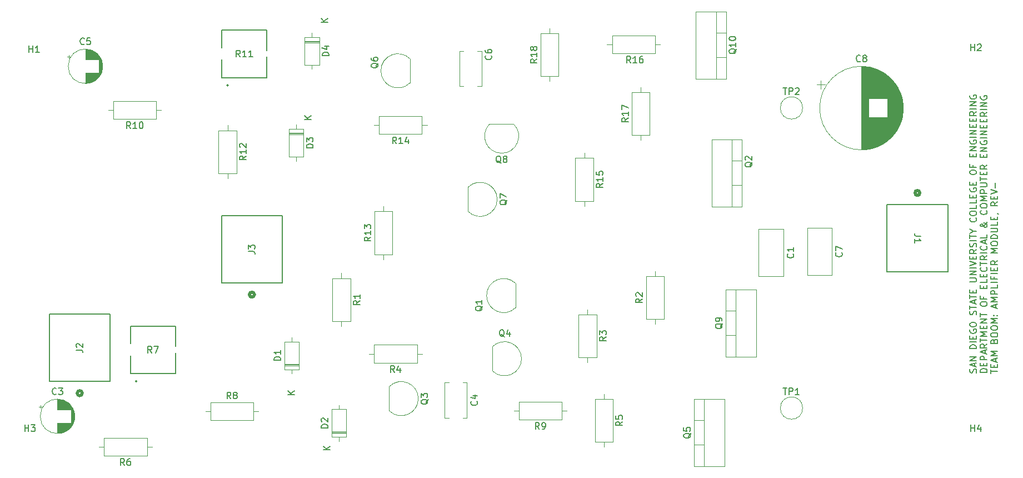
<source format=gbr>
%TF.GenerationSoftware,KiCad,Pcbnew,8.0.4*%
%TF.CreationDate,2024-09-16T18:55:14-07:00*%
%TF.ProjectId,Dorr_Amp_REV-,446f7272-5f41-46d7-905f-5245562d2e6b,-*%
%TF.SameCoordinates,Original*%
%TF.FileFunction,Legend,Top*%
%TF.FilePolarity,Positive*%
%FSLAX46Y46*%
G04 Gerber Fmt 4.6, Leading zero omitted, Abs format (unit mm)*
G04 Created by KiCad (PCBNEW 8.0.4) date 2024-09-16 18:55:14*
%MOMM*%
%LPD*%
G01*
G04 APERTURE LIST*
%ADD10C,0.150000*%
%ADD11C,0.120000*%
%ADD12C,0.152400*%
%ADD13C,0.508000*%
G04 APERTURE END LIST*
D10*
X186594312Y-121376839D02*
X186641931Y-121233982D01*
X186641931Y-121233982D02*
X186641931Y-120995887D01*
X186641931Y-120995887D02*
X186594312Y-120900649D01*
X186594312Y-120900649D02*
X186546692Y-120853030D01*
X186546692Y-120853030D02*
X186451454Y-120805411D01*
X186451454Y-120805411D02*
X186356216Y-120805411D01*
X186356216Y-120805411D02*
X186260978Y-120853030D01*
X186260978Y-120853030D02*
X186213359Y-120900649D01*
X186213359Y-120900649D02*
X186165740Y-120995887D01*
X186165740Y-120995887D02*
X186118121Y-121186363D01*
X186118121Y-121186363D02*
X186070502Y-121281601D01*
X186070502Y-121281601D02*
X186022883Y-121329220D01*
X186022883Y-121329220D02*
X185927645Y-121376839D01*
X185927645Y-121376839D02*
X185832407Y-121376839D01*
X185832407Y-121376839D02*
X185737169Y-121329220D01*
X185737169Y-121329220D02*
X185689550Y-121281601D01*
X185689550Y-121281601D02*
X185641931Y-121186363D01*
X185641931Y-121186363D02*
X185641931Y-120948268D01*
X185641931Y-120948268D02*
X185689550Y-120805411D01*
X186356216Y-120424458D02*
X186356216Y-119948268D01*
X186641931Y-120519696D02*
X185641931Y-120186363D01*
X185641931Y-120186363D02*
X186641931Y-119853030D01*
X186641931Y-119519696D02*
X185641931Y-119519696D01*
X185641931Y-119519696D02*
X186641931Y-118948268D01*
X186641931Y-118948268D02*
X185641931Y-118948268D01*
X186641931Y-117710172D02*
X185641931Y-117710172D01*
X185641931Y-117710172D02*
X185641931Y-117472077D01*
X185641931Y-117472077D02*
X185689550Y-117329220D01*
X185689550Y-117329220D02*
X185784788Y-117233982D01*
X185784788Y-117233982D02*
X185880026Y-117186363D01*
X185880026Y-117186363D02*
X186070502Y-117138744D01*
X186070502Y-117138744D02*
X186213359Y-117138744D01*
X186213359Y-117138744D02*
X186403835Y-117186363D01*
X186403835Y-117186363D02*
X186499073Y-117233982D01*
X186499073Y-117233982D02*
X186594312Y-117329220D01*
X186594312Y-117329220D02*
X186641931Y-117472077D01*
X186641931Y-117472077D02*
X186641931Y-117710172D01*
X186641931Y-116710172D02*
X185641931Y-116710172D01*
X186118121Y-116233982D02*
X186118121Y-115900649D01*
X186641931Y-115757792D02*
X186641931Y-116233982D01*
X186641931Y-116233982D02*
X185641931Y-116233982D01*
X185641931Y-116233982D02*
X185641931Y-115757792D01*
X185689550Y-114805411D02*
X185641931Y-114900649D01*
X185641931Y-114900649D02*
X185641931Y-115043506D01*
X185641931Y-115043506D02*
X185689550Y-115186363D01*
X185689550Y-115186363D02*
X185784788Y-115281601D01*
X185784788Y-115281601D02*
X185880026Y-115329220D01*
X185880026Y-115329220D02*
X186070502Y-115376839D01*
X186070502Y-115376839D02*
X186213359Y-115376839D01*
X186213359Y-115376839D02*
X186403835Y-115329220D01*
X186403835Y-115329220D02*
X186499073Y-115281601D01*
X186499073Y-115281601D02*
X186594312Y-115186363D01*
X186594312Y-115186363D02*
X186641931Y-115043506D01*
X186641931Y-115043506D02*
X186641931Y-114948268D01*
X186641931Y-114948268D02*
X186594312Y-114805411D01*
X186594312Y-114805411D02*
X186546692Y-114757792D01*
X186546692Y-114757792D02*
X186213359Y-114757792D01*
X186213359Y-114757792D02*
X186213359Y-114948268D01*
X185641931Y-114138744D02*
X185641931Y-113948268D01*
X185641931Y-113948268D02*
X185689550Y-113853030D01*
X185689550Y-113853030D02*
X185784788Y-113757792D01*
X185784788Y-113757792D02*
X185975264Y-113710173D01*
X185975264Y-113710173D02*
X186308597Y-113710173D01*
X186308597Y-113710173D02*
X186499073Y-113757792D01*
X186499073Y-113757792D02*
X186594312Y-113853030D01*
X186594312Y-113853030D02*
X186641931Y-113948268D01*
X186641931Y-113948268D02*
X186641931Y-114138744D01*
X186641931Y-114138744D02*
X186594312Y-114233982D01*
X186594312Y-114233982D02*
X186499073Y-114329220D01*
X186499073Y-114329220D02*
X186308597Y-114376839D01*
X186308597Y-114376839D02*
X185975264Y-114376839D01*
X185975264Y-114376839D02*
X185784788Y-114329220D01*
X185784788Y-114329220D02*
X185689550Y-114233982D01*
X185689550Y-114233982D02*
X185641931Y-114138744D01*
X186594312Y-112567315D02*
X186641931Y-112424458D01*
X186641931Y-112424458D02*
X186641931Y-112186363D01*
X186641931Y-112186363D02*
X186594312Y-112091125D01*
X186594312Y-112091125D02*
X186546692Y-112043506D01*
X186546692Y-112043506D02*
X186451454Y-111995887D01*
X186451454Y-111995887D02*
X186356216Y-111995887D01*
X186356216Y-111995887D02*
X186260978Y-112043506D01*
X186260978Y-112043506D02*
X186213359Y-112091125D01*
X186213359Y-112091125D02*
X186165740Y-112186363D01*
X186165740Y-112186363D02*
X186118121Y-112376839D01*
X186118121Y-112376839D02*
X186070502Y-112472077D01*
X186070502Y-112472077D02*
X186022883Y-112519696D01*
X186022883Y-112519696D02*
X185927645Y-112567315D01*
X185927645Y-112567315D02*
X185832407Y-112567315D01*
X185832407Y-112567315D02*
X185737169Y-112519696D01*
X185737169Y-112519696D02*
X185689550Y-112472077D01*
X185689550Y-112472077D02*
X185641931Y-112376839D01*
X185641931Y-112376839D02*
X185641931Y-112138744D01*
X185641931Y-112138744D02*
X185689550Y-111995887D01*
X185641931Y-111710172D02*
X185641931Y-111138744D01*
X186641931Y-111424458D02*
X185641931Y-111424458D01*
X186356216Y-110853029D02*
X186356216Y-110376839D01*
X186641931Y-110948267D02*
X185641931Y-110614934D01*
X185641931Y-110614934D02*
X186641931Y-110281601D01*
X185641931Y-110091124D02*
X185641931Y-109519696D01*
X186641931Y-109805410D02*
X185641931Y-109805410D01*
X186118121Y-109186362D02*
X186118121Y-108853029D01*
X186641931Y-108710172D02*
X186641931Y-109186362D01*
X186641931Y-109186362D02*
X185641931Y-109186362D01*
X185641931Y-109186362D02*
X185641931Y-108710172D01*
X185641931Y-107519695D02*
X186451454Y-107519695D01*
X186451454Y-107519695D02*
X186546692Y-107472076D01*
X186546692Y-107472076D02*
X186594312Y-107424457D01*
X186594312Y-107424457D02*
X186641931Y-107329219D01*
X186641931Y-107329219D02*
X186641931Y-107138743D01*
X186641931Y-107138743D02*
X186594312Y-107043505D01*
X186594312Y-107043505D02*
X186546692Y-106995886D01*
X186546692Y-106995886D02*
X186451454Y-106948267D01*
X186451454Y-106948267D02*
X185641931Y-106948267D01*
X186641931Y-106472076D02*
X185641931Y-106472076D01*
X185641931Y-106472076D02*
X186641931Y-105900648D01*
X186641931Y-105900648D02*
X185641931Y-105900648D01*
X186641931Y-105424457D02*
X185641931Y-105424457D01*
X185641931Y-105091124D02*
X186641931Y-104757791D01*
X186641931Y-104757791D02*
X185641931Y-104424458D01*
X186118121Y-104091124D02*
X186118121Y-103757791D01*
X186641931Y-103614934D02*
X186641931Y-104091124D01*
X186641931Y-104091124D02*
X185641931Y-104091124D01*
X185641931Y-104091124D02*
X185641931Y-103614934D01*
X186641931Y-102614934D02*
X186165740Y-102948267D01*
X186641931Y-103186362D02*
X185641931Y-103186362D01*
X185641931Y-103186362D02*
X185641931Y-102805410D01*
X185641931Y-102805410D02*
X185689550Y-102710172D01*
X185689550Y-102710172D02*
X185737169Y-102662553D01*
X185737169Y-102662553D02*
X185832407Y-102614934D01*
X185832407Y-102614934D02*
X185975264Y-102614934D01*
X185975264Y-102614934D02*
X186070502Y-102662553D01*
X186070502Y-102662553D02*
X186118121Y-102710172D01*
X186118121Y-102710172D02*
X186165740Y-102805410D01*
X186165740Y-102805410D02*
X186165740Y-103186362D01*
X186594312Y-102233981D02*
X186641931Y-102091124D01*
X186641931Y-102091124D02*
X186641931Y-101853029D01*
X186641931Y-101853029D02*
X186594312Y-101757791D01*
X186594312Y-101757791D02*
X186546692Y-101710172D01*
X186546692Y-101710172D02*
X186451454Y-101662553D01*
X186451454Y-101662553D02*
X186356216Y-101662553D01*
X186356216Y-101662553D02*
X186260978Y-101710172D01*
X186260978Y-101710172D02*
X186213359Y-101757791D01*
X186213359Y-101757791D02*
X186165740Y-101853029D01*
X186165740Y-101853029D02*
X186118121Y-102043505D01*
X186118121Y-102043505D02*
X186070502Y-102138743D01*
X186070502Y-102138743D02*
X186022883Y-102186362D01*
X186022883Y-102186362D02*
X185927645Y-102233981D01*
X185927645Y-102233981D02*
X185832407Y-102233981D01*
X185832407Y-102233981D02*
X185737169Y-102186362D01*
X185737169Y-102186362D02*
X185689550Y-102138743D01*
X185689550Y-102138743D02*
X185641931Y-102043505D01*
X185641931Y-102043505D02*
X185641931Y-101805410D01*
X185641931Y-101805410D02*
X185689550Y-101662553D01*
X186641931Y-101233981D02*
X185641931Y-101233981D01*
X185641931Y-100900648D02*
X185641931Y-100329220D01*
X186641931Y-100614934D02*
X185641931Y-100614934D01*
X186165740Y-99805410D02*
X186641931Y-99805410D01*
X185641931Y-100138743D02*
X186165740Y-99805410D01*
X186165740Y-99805410D02*
X185641931Y-99472077D01*
X186546692Y-97805410D02*
X186594312Y-97853029D01*
X186594312Y-97853029D02*
X186641931Y-97995886D01*
X186641931Y-97995886D02*
X186641931Y-98091124D01*
X186641931Y-98091124D02*
X186594312Y-98233981D01*
X186594312Y-98233981D02*
X186499073Y-98329219D01*
X186499073Y-98329219D02*
X186403835Y-98376838D01*
X186403835Y-98376838D02*
X186213359Y-98424457D01*
X186213359Y-98424457D02*
X186070502Y-98424457D01*
X186070502Y-98424457D02*
X185880026Y-98376838D01*
X185880026Y-98376838D02*
X185784788Y-98329219D01*
X185784788Y-98329219D02*
X185689550Y-98233981D01*
X185689550Y-98233981D02*
X185641931Y-98091124D01*
X185641931Y-98091124D02*
X185641931Y-97995886D01*
X185641931Y-97995886D02*
X185689550Y-97853029D01*
X185689550Y-97853029D02*
X185737169Y-97805410D01*
X185641931Y-97186362D02*
X185641931Y-96995886D01*
X185641931Y-96995886D02*
X185689550Y-96900648D01*
X185689550Y-96900648D02*
X185784788Y-96805410D01*
X185784788Y-96805410D02*
X185975264Y-96757791D01*
X185975264Y-96757791D02*
X186308597Y-96757791D01*
X186308597Y-96757791D02*
X186499073Y-96805410D01*
X186499073Y-96805410D02*
X186594312Y-96900648D01*
X186594312Y-96900648D02*
X186641931Y-96995886D01*
X186641931Y-96995886D02*
X186641931Y-97186362D01*
X186641931Y-97186362D02*
X186594312Y-97281600D01*
X186594312Y-97281600D02*
X186499073Y-97376838D01*
X186499073Y-97376838D02*
X186308597Y-97424457D01*
X186308597Y-97424457D02*
X185975264Y-97424457D01*
X185975264Y-97424457D02*
X185784788Y-97376838D01*
X185784788Y-97376838D02*
X185689550Y-97281600D01*
X185689550Y-97281600D02*
X185641931Y-97186362D01*
X186641931Y-95853029D02*
X186641931Y-96329219D01*
X186641931Y-96329219D02*
X185641931Y-96329219D01*
X186641931Y-95043505D02*
X186641931Y-95519695D01*
X186641931Y-95519695D02*
X185641931Y-95519695D01*
X186118121Y-94710171D02*
X186118121Y-94376838D01*
X186641931Y-94233981D02*
X186641931Y-94710171D01*
X186641931Y-94710171D02*
X185641931Y-94710171D01*
X185641931Y-94710171D02*
X185641931Y-94233981D01*
X185689550Y-93281600D02*
X185641931Y-93376838D01*
X185641931Y-93376838D02*
X185641931Y-93519695D01*
X185641931Y-93519695D02*
X185689550Y-93662552D01*
X185689550Y-93662552D02*
X185784788Y-93757790D01*
X185784788Y-93757790D02*
X185880026Y-93805409D01*
X185880026Y-93805409D02*
X186070502Y-93853028D01*
X186070502Y-93853028D02*
X186213359Y-93853028D01*
X186213359Y-93853028D02*
X186403835Y-93805409D01*
X186403835Y-93805409D02*
X186499073Y-93757790D01*
X186499073Y-93757790D02*
X186594312Y-93662552D01*
X186594312Y-93662552D02*
X186641931Y-93519695D01*
X186641931Y-93519695D02*
X186641931Y-93424457D01*
X186641931Y-93424457D02*
X186594312Y-93281600D01*
X186594312Y-93281600D02*
X186546692Y-93233981D01*
X186546692Y-93233981D02*
X186213359Y-93233981D01*
X186213359Y-93233981D02*
X186213359Y-93424457D01*
X186118121Y-92805409D02*
X186118121Y-92472076D01*
X186641931Y-92329219D02*
X186641931Y-92805409D01*
X186641931Y-92805409D02*
X185641931Y-92805409D01*
X185641931Y-92805409D02*
X185641931Y-92329219D01*
X185641931Y-90948266D02*
X185641931Y-90757790D01*
X185641931Y-90757790D02*
X185689550Y-90662552D01*
X185689550Y-90662552D02*
X185784788Y-90567314D01*
X185784788Y-90567314D02*
X185975264Y-90519695D01*
X185975264Y-90519695D02*
X186308597Y-90519695D01*
X186308597Y-90519695D02*
X186499073Y-90567314D01*
X186499073Y-90567314D02*
X186594312Y-90662552D01*
X186594312Y-90662552D02*
X186641931Y-90757790D01*
X186641931Y-90757790D02*
X186641931Y-90948266D01*
X186641931Y-90948266D02*
X186594312Y-91043504D01*
X186594312Y-91043504D02*
X186499073Y-91138742D01*
X186499073Y-91138742D02*
X186308597Y-91186361D01*
X186308597Y-91186361D02*
X185975264Y-91186361D01*
X185975264Y-91186361D02*
X185784788Y-91138742D01*
X185784788Y-91138742D02*
X185689550Y-91043504D01*
X185689550Y-91043504D02*
X185641931Y-90948266D01*
X186118121Y-89757790D02*
X186118121Y-90091123D01*
X186641931Y-90091123D02*
X185641931Y-90091123D01*
X185641931Y-90091123D02*
X185641931Y-89614933D01*
X186118121Y-88472075D02*
X186118121Y-88138742D01*
X186641931Y-87995885D02*
X186641931Y-88472075D01*
X186641931Y-88472075D02*
X185641931Y-88472075D01*
X185641931Y-88472075D02*
X185641931Y-87995885D01*
X186641931Y-87567313D02*
X185641931Y-87567313D01*
X185641931Y-87567313D02*
X186641931Y-86995885D01*
X186641931Y-86995885D02*
X185641931Y-86995885D01*
X185689550Y-85995885D02*
X185641931Y-86091123D01*
X185641931Y-86091123D02*
X185641931Y-86233980D01*
X185641931Y-86233980D02*
X185689550Y-86376837D01*
X185689550Y-86376837D02*
X185784788Y-86472075D01*
X185784788Y-86472075D02*
X185880026Y-86519694D01*
X185880026Y-86519694D02*
X186070502Y-86567313D01*
X186070502Y-86567313D02*
X186213359Y-86567313D01*
X186213359Y-86567313D02*
X186403835Y-86519694D01*
X186403835Y-86519694D02*
X186499073Y-86472075D01*
X186499073Y-86472075D02*
X186594312Y-86376837D01*
X186594312Y-86376837D02*
X186641931Y-86233980D01*
X186641931Y-86233980D02*
X186641931Y-86138742D01*
X186641931Y-86138742D02*
X186594312Y-85995885D01*
X186594312Y-85995885D02*
X186546692Y-85948266D01*
X186546692Y-85948266D02*
X186213359Y-85948266D01*
X186213359Y-85948266D02*
X186213359Y-86138742D01*
X186641931Y-85519694D02*
X185641931Y-85519694D01*
X186641931Y-85043504D02*
X185641931Y-85043504D01*
X185641931Y-85043504D02*
X186641931Y-84472076D01*
X186641931Y-84472076D02*
X185641931Y-84472076D01*
X186118121Y-83995885D02*
X186118121Y-83662552D01*
X186641931Y-83519695D02*
X186641931Y-83995885D01*
X186641931Y-83995885D02*
X185641931Y-83995885D01*
X185641931Y-83995885D02*
X185641931Y-83519695D01*
X186118121Y-83091123D02*
X186118121Y-82757790D01*
X186641931Y-82614933D02*
X186641931Y-83091123D01*
X186641931Y-83091123D02*
X185641931Y-83091123D01*
X185641931Y-83091123D02*
X185641931Y-82614933D01*
X186641931Y-81614933D02*
X186165740Y-81948266D01*
X186641931Y-82186361D02*
X185641931Y-82186361D01*
X185641931Y-82186361D02*
X185641931Y-81805409D01*
X185641931Y-81805409D02*
X185689550Y-81710171D01*
X185689550Y-81710171D02*
X185737169Y-81662552D01*
X185737169Y-81662552D02*
X185832407Y-81614933D01*
X185832407Y-81614933D02*
X185975264Y-81614933D01*
X185975264Y-81614933D02*
X186070502Y-81662552D01*
X186070502Y-81662552D02*
X186118121Y-81710171D01*
X186118121Y-81710171D02*
X186165740Y-81805409D01*
X186165740Y-81805409D02*
X186165740Y-82186361D01*
X186641931Y-81186361D02*
X185641931Y-81186361D01*
X186641931Y-80710171D02*
X185641931Y-80710171D01*
X185641931Y-80710171D02*
X186641931Y-80138743D01*
X186641931Y-80138743D02*
X185641931Y-80138743D01*
X185689550Y-79138743D02*
X185641931Y-79233981D01*
X185641931Y-79233981D02*
X185641931Y-79376838D01*
X185641931Y-79376838D02*
X185689550Y-79519695D01*
X185689550Y-79519695D02*
X185784788Y-79614933D01*
X185784788Y-79614933D02*
X185880026Y-79662552D01*
X185880026Y-79662552D02*
X186070502Y-79710171D01*
X186070502Y-79710171D02*
X186213359Y-79710171D01*
X186213359Y-79710171D02*
X186403835Y-79662552D01*
X186403835Y-79662552D02*
X186499073Y-79614933D01*
X186499073Y-79614933D02*
X186594312Y-79519695D01*
X186594312Y-79519695D02*
X186641931Y-79376838D01*
X186641931Y-79376838D02*
X186641931Y-79281600D01*
X186641931Y-79281600D02*
X186594312Y-79138743D01*
X186594312Y-79138743D02*
X186546692Y-79091124D01*
X186546692Y-79091124D02*
X186213359Y-79091124D01*
X186213359Y-79091124D02*
X186213359Y-79281600D01*
X188251875Y-121329220D02*
X187251875Y-121329220D01*
X187251875Y-121329220D02*
X187251875Y-121091125D01*
X187251875Y-121091125D02*
X187299494Y-120948268D01*
X187299494Y-120948268D02*
X187394732Y-120853030D01*
X187394732Y-120853030D02*
X187489970Y-120805411D01*
X187489970Y-120805411D02*
X187680446Y-120757792D01*
X187680446Y-120757792D02*
X187823303Y-120757792D01*
X187823303Y-120757792D02*
X188013779Y-120805411D01*
X188013779Y-120805411D02*
X188109017Y-120853030D01*
X188109017Y-120853030D02*
X188204256Y-120948268D01*
X188204256Y-120948268D02*
X188251875Y-121091125D01*
X188251875Y-121091125D02*
X188251875Y-121329220D01*
X187728065Y-120329220D02*
X187728065Y-119995887D01*
X188251875Y-119853030D02*
X188251875Y-120329220D01*
X188251875Y-120329220D02*
X187251875Y-120329220D01*
X187251875Y-120329220D02*
X187251875Y-119853030D01*
X188251875Y-119424458D02*
X187251875Y-119424458D01*
X187251875Y-119424458D02*
X187251875Y-119043506D01*
X187251875Y-119043506D02*
X187299494Y-118948268D01*
X187299494Y-118948268D02*
X187347113Y-118900649D01*
X187347113Y-118900649D02*
X187442351Y-118853030D01*
X187442351Y-118853030D02*
X187585208Y-118853030D01*
X187585208Y-118853030D02*
X187680446Y-118900649D01*
X187680446Y-118900649D02*
X187728065Y-118948268D01*
X187728065Y-118948268D02*
X187775684Y-119043506D01*
X187775684Y-119043506D02*
X187775684Y-119424458D01*
X187966160Y-118472077D02*
X187966160Y-117995887D01*
X188251875Y-118567315D02*
X187251875Y-118233982D01*
X187251875Y-118233982D02*
X188251875Y-117900649D01*
X188251875Y-116995887D02*
X187775684Y-117329220D01*
X188251875Y-117567315D02*
X187251875Y-117567315D01*
X187251875Y-117567315D02*
X187251875Y-117186363D01*
X187251875Y-117186363D02*
X187299494Y-117091125D01*
X187299494Y-117091125D02*
X187347113Y-117043506D01*
X187347113Y-117043506D02*
X187442351Y-116995887D01*
X187442351Y-116995887D02*
X187585208Y-116995887D01*
X187585208Y-116995887D02*
X187680446Y-117043506D01*
X187680446Y-117043506D02*
X187728065Y-117091125D01*
X187728065Y-117091125D02*
X187775684Y-117186363D01*
X187775684Y-117186363D02*
X187775684Y-117567315D01*
X187251875Y-116710172D02*
X187251875Y-116138744D01*
X188251875Y-116424458D02*
X187251875Y-116424458D01*
X188251875Y-115805410D02*
X187251875Y-115805410D01*
X187251875Y-115805410D02*
X187966160Y-115472077D01*
X187966160Y-115472077D02*
X187251875Y-115138744D01*
X187251875Y-115138744D02*
X188251875Y-115138744D01*
X187728065Y-114662553D02*
X187728065Y-114329220D01*
X188251875Y-114186363D02*
X188251875Y-114662553D01*
X188251875Y-114662553D02*
X187251875Y-114662553D01*
X187251875Y-114662553D02*
X187251875Y-114186363D01*
X188251875Y-113757791D02*
X187251875Y-113757791D01*
X187251875Y-113757791D02*
X188251875Y-113186363D01*
X188251875Y-113186363D02*
X187251875Y-113186363D01*
X187251875Y-112853029D02*
X187251875Y-112281601D01*
X188251875Y-112567315D02*
X187251875Y-112567315D01*
X187251875Y-110995886D02*
X187251875Y-110805410D01*
X187251875Y-110805410D02*
X187299494Y-110710172D01*
X187299494Y-110710172D02*
X187394732Y-110614934D01*
X187394732Y-110614934D02*
X187585208Y-110567315D01*
X187585208Y-110567315D02*
X187918541Y-110567315D01*
X187918541Y-110567315D02*
X188109017Y-110614934D01*
X188109017Y-110614934D02*
X188204256Y-110710172D01*
X188204256Y-110710172D02*
X188251875Y-110805410D01*
X188251875Y-110805410D02*
X188251875Y-110995886D01*
X188251875Y-110995886D02*
X188204256Y-111091124D01*
X188204256Y-111091124D02*
X188109017Y-111186362D01*
X188109017Y-111186362D02*
X187918541Y-111233981D01*
X187918541Y-111233981D02*
X187585208Y-111233981D01*
X187585208Y-111233981D02*
X187394732Y-111186362D01*
X187394732Y-111186362D02*
X187299494Y-111091124D01*
X187299494Y-111091124D02*
X187251875Y-110995886D01*
X187728065Y-109805410D02*
X187728065Y-110138743D01*
X188251875Y-110138743D02*
X187251875Y-110138743D01*
X187251875Y-110138743D02*
X187251875Y-109662553D01*
X187728065Y-108519695D02*
X187728065Y-108186362D01*
X188251875Y-108043505D02*
X188251875Y-108519695D01*
X188251875Y-108519695D02*
X187251875Y-108519695D01*
X187251875Y-108519695D02*
X187251875Y-108043505D01*
X188251875Y-107138743D02*
X188251875Y-107614933D01*
X188251875Y-107614933D02*
X187251875Y-107614933D01*
X187728065Y-106805409D02*
X187728065Y-106472076D01*
X188251875Y-106329219D02*
X188251875Y-106805409D01*
X188251875Y-106805409D02*
X187251875Y-106805409D01*
X187251875Y-106805409D02*
X187251875Y-106329219D01*
X188156636Y-105329219D02*
X188204256Y-105376838D01*
X188204256Y-105376838D02*
X188251875Y-105519695D01*
X188251875Y-105519695D02*
X188251875Y-105614933D01*
X188251875Y-105614933D02*
X188204256Y-105757790D01*
X188204256Y-105757790D02*
X188109017Y-105853028D01*
X188109017Y-105853028D02*
X188013779Y-105900647D01*
X188013779Y-105900647D02*
X187823303Y-105948266D01*
X187823303Y-105948266D02*
X187680446Y-105948266D01*
X187680446Y-105948266D02*
X187489970Y-105900647D01*
X187489970Y-105900647D02*
X187394732Y-105853028D01*
X187394732Y-105853028D02*
X187299494Y-105757790D01*
X187299494Y-105757790D02*
X187251875Y-105614933D01*
X187251875Y-105614933D02*
X187251875Y-105519695D01*
X187251875Y-105519695D02*
X187299494Y-105376838D01*
X187299494Y-105376838D02*
X187347113Y-105329219D01*
X187251875Y-105043504D02*
X187251875Y-104472076D01*
X188251875Y-104757790D02*
X187251875Y-104757790D01*
X188251875Y-103567314D02*
X187775684Y-103900647D01*
X188251875Y-104138742D02*
X187251875Y-104138742D01*
X187251875Y-104138742D02*
X187251875Y-103757790D01*
X187251875Y-103757790D02*
X187299494Y-103662552D01*
X187299494Y-103662552D02*
X187347113Y-103614933D01*
X187347113Y-103614933D02*
X187442351Y-103567314D01*
X187442351Y-103567314D02*
X187585208Y-103567314D01*
X187585208Y-103567314D02*
X187680446Y-103614933D01*
X187680446Y-103614933D02*
X187728065Y-103662552D01*
X187728065Y-103662552D02*
X187775684Y-103757790D01*
X187775684Y-103757790D02*
X187775684Y-104138742D01*
X188251875Y-103138742D02*
X187251875Y-103138742D01*
X188156636Y-102091124D02*
X188204256Y-102138743D01*
X188204256Y-102138743D02*
X188251875Y-102281600D01*
X188251875Y-102281600D02*
X188251875Y-102376838D01*
X188251875Y-102376838D02*
X188204256Y-102519695D01*
X188204256Y-102519695D02*
X188109017Y-102614933D01*
X188109017Y-102614933D02*
X188013779Y-102662552D01*
X188013779Y-102662552D02*
X187823303Y-102710171D01*
X187823303Y-102710171D02*
X187680446Y-102710171D01*
X187680446Y-102710171D02*
X187489970Y-102662552D01*
X187489970Y-102662552D02*
X187394732Y-102614933D01*
X187394732Y-102614933D02*
X187299494Y-102519695D01*
X187299494Y-102519695D02*
X187251875Y-102376838D01*
X187251875Y-102376838D02*
X187251875Y-102281600D01*
X187251875Y-102281600D02*
X187299494Y-102138743D01*
X187299494Y-102138743D02*
X187347113Y-102091124D01*
X187966160Y-101710171D02*
X187966160Y-101233981D01*
X188251875Y-101805409D02*
X187251875Y-101472076D01*
X187251875Y-101472076D02*
X188251875Y-101138743D01*
X188251875Y-100329219D02*
X188251875Y-100805409D01*
X188251875Y-100805409D02*
X187251875Y-100805409D01*
X188251875Y-98424456D02*
X188251875Y-98472076D01*
X188251875Y-98472076D02*
X188204256Y-98567314D01*
X188204256Y-98567314D02*
X188061398Y-98710171D01*
X188061398Y-98710171D02*
X187775684Y-98948266D01*
X187775684Y-98948266D02*
X187632827Y-99043504D01*
X187632827Y-99043504D02*
X187489970Y-99091123D01*
X187489970Y-99091123D02*
X187394732Y-99091123D01*
X187394732Y-99091123D02*
X187299494Y-99043504D01*
X187299494Y-99043504D02*
X187251875Y-98948266D01*
X187251875Y-98948266D02*
X187251875Y-98900647D01*
X187251875Y-98900647D02*
X187299494Y-98805409D01*
X187299494Y-98805409D02*
X187394732Y-98757790D01*
X187394732Y-98757790D02*
X187442351Y-98757790D01*
X187442351Y-98757790D02*
X187537589Y-98805409D01*
X187537589Y-98805409D02*
X187585208Y-98853028D01*
X187585208Y-98853028D02*
X187775684Y-99138742D01*
X187775684Y-99138742D02*
X187823303Y-99186361D01*
X187823303Y-99186361D02*
X187918541Y-99233980D01*
X187918541Y-99233980D02*
X188061398Y-99233980D01*
X188061398Y-99233980D02*
X188156636Y-99186361D01*
X188156636Y-99186361D02*
X188204256Y-99138742D01*
X188204256Y-99138742D02*
X188251875Y-99043504D01*
X188251875Y-99043504D02*
X188251875Y-98900647D01*
X188251875Y-98900647D02*
X188204256Y-98805409D01*
X188204256Y-98805409D02*
X188156636Y-98757790D01*
X188156636Y-98757790D02*
X187966160Y-98614933D01*
X187966160Y-98614933D02*
X187823303Y-98567314D01*
X187823303Y-98567314D02*
X187728065Y-98567314D01*
X188156636Y-96662552D02*
X188204256Y-96710171D01*
X188204256Y-96710171D02*
X188251875Y-96853028D01*
X188251875Y-96853028D02*
X188251875Y-96948266D01*
X188251875Y-96948266D02*
X188204256Y-97091123D01*
X188204256Y-97091123D02*
X188109017Y-97186361D01*
X188109017Y-97186361D02*
X188013779Y-97233980D01*
X188013779Y-97233980D02*
X187823303Y-97281599D01*
X187823303Y-97281599D02*
X187680446Y-97281599D01*
X187680446Y-97281599D02*
X187489970Y-97233980D01*
X187489970Y-97233980D02*
X187394732Y-97186361D01*
X187394732Y-97186361D02*
X187299494Y-97091123D01*
X187299494Y-97091123D02*
X187251875Y-96948266D01*
X187251875Y-96948266D02*
X187251875Y-96853028D01*
X187251875Y-96853028D02*
X187299494Y-96710171D01*
X187299494Y-96710171D02*
X187347113Y-96662552D01*
X187251875Y-96043504D02*
X187251875Y-95853028D01*
X187251875Y-95853028D02*
X187299494Y-95757790D01*
X187299494Y-95757790D02*
X187394732Y-95662552D01*
X187394732Y-95662552D02*
X187585208Y-95614933D01*
X187585208Y-95614933D02*
X187918541Y-95614933D01*
X187918541Y-95614933D02*
X188109017Y-95662552D01*
X188109017Y-95662552D02*
X188204256Y-95757790D01*
X188204256Y-95757790D02*
X188251875Y-95853028D01*
X188251875Y-95853028D02*
X188251875Y-96043504D01*
X188251875Y-96043504D02*
X188204256Y-96138742D01*
X188204256Y-96138742D02*
X188109017Y-96233980D01*
X188109017Y-96233980D02*
X187918541Y-96281599D01*
X187918541Y-96281599D02*
X187585208Y-96281599D01*
X187585208Y-96281599D02*
X187394732Y-96233980D01*
X187394732Y-96233980D02*
X187299494Y-96138742D01*
X187299494Y-96138742D02*
X187251875Y-96043504D01*
X188251875Y-95186361D02*
X187251875Y-95186361D01*
X187251875Y-95186361D02*
X187966160Y-94853028D01*
X187966160Y-94853028D02*
X187251875Y-94519695D01*
X187251875Y-94519695D02*
X188251875Y-94519695D01*
X188251875Y-94043504D02*
X187251875Y-94043504D01*
X187251875Y-94043504D02*
X187251875Y-93662552D01*
X187251875Y-93662552D02*
X187299494Y-93567314D01*
X187299494Y-93567314D02*
X187347113Y-93519695D01*
X187347113Y-93519695D02*
X187442351Y-93472076D01*
X187442351Y-93472076D02*
X187585208Y-93472076D01*
X187585208Y-93472076D02*
X187680446Y-93519695D01*
X187680446Y-93519695D02*
X187728065Y-93567314D01*
X187728065Y-93567314D02*
X187775684Y-93662552D01*
X187775684Y-93662552D02*
X187775684Y-94043504D01*
X187251875Y-93043504D02*
X188061398Y-93043504D01*
X188061398Y-93043504D02*
X188156636Y-92995885D01*
X188156636Y-92995885D02*
X188204256Y-92948266D01*
X188204256Y-92948266D02*
X188251875Y-92853028D01*
X188251875Y-92853028D02*
X188251875Y-92662552D01*
X188251875Y-92662552D02*
X188204256Y-92567314D01*
X188204256Y-92567314D02*
X188156636Y-92519695D01*
X188156636Y-92519695D02*
X188061398Y-92472076D01*
X188061398Y-92472076D02*
X187251875Y-92472076D01*
X187251875Y-92138742D02*
X187251875Y-91567314D01*
X188251875Y-91853028D02*
X187251875Y-91853028D01*
X187728065Y-91233980D02*
X187728065Y-90900647D01*
X188251875Y-90757790D02*
X188251875Y-91233980D01*
X188251875Y-91233980D02*
X187251875Y-91233980D01*
X187251875Y-91233980D02*
X187251875Y-90757790D01*
X188251875Y-89757790D02*
X187775684Y-90091123D01*
X188251875Y-90329218D02*
X187251875Y-90329218D01*
X187251875Y-90329218D02*
X187251875Y-89948266D01*
X187251875Y-89948266D02*
X187299494Y-89853028D01*
X187299494Y-89853028D02*
X187347113Y-89805409D01*
X187347113Y-89805409D02*
X187442351Y-89757790D01*
X187442351Y-89757790D02*
X187585208Y-89757790D01*
X187585208Y-89757790D02*
X187680446Y-89805409D01*
X187680446Y-89805409D02*
X187728065Y-89853028D01*
X187728065Y-89853028D02*
X187775684Y-89948266D01*
X187775684Y-89948266D02*
X187775684Y-90329218D01*
X187728065Y-88567313D02*
X187728065Y-88233980D01*
X188251875Y-88091123D02*
X188251875Y-88567313D01*
X188251875Y-88567313D02*
X187251875Y-88567313D01*
X187251875Y-88567313D02*
X187251875Y-88091123D01*
X188251875Y-87662551D02*
X187251875Y-87662551D01*
X187251875Y-87662551D02*
X188251875Y-87091123D01*
X188251875Y-87091123D02*
X187251875Y-87091123D01*
X187299494Y-86091123D02*
X187251875Y-86186361D01*
X187251875Y-86186361D02*
X187251875Y-86329218D01*
X187251875Y-86329218D02*
X187299494Y-86472075D01*
X187299494Y-86472075D02*
X187394732Y-86567313D01*
X187394732Y-86567313D02*
X187489970Y-86614932D01*
X187489970Y-86614932D02*
X187680446Y-86662551D01*
X187680446Y-86662551D02*
X187823303Y-86662551D01*
X187823303Y-86662551D02*
X188013779Y-86614932D01*
X188013779Y-86614932D02*
X188109017Y-86567313D01*
X188109017Y-86567313D02*
X188204256Y-86472075D01*
X188204256Y-86472075D02*
X188251875Y-86329218D01*
X188251875Y-86329218D02*
X188251875Y-86233980D01*
X188251875Y-86233980D02*
X188204256Y-86091123D01*
X188204256Y-86091123D02*
X188156636Y-86043504D01*
X188156636Y-86043504D02*
X187823303Y-86043504D01*
X187823303Y-86043504D02*
X187823303Y-86233980D01*
X188251875Y-85614932D02*
X187251875Y-85614932D01*
X188251875Y-85138742D02*
X187251875Y-85138742D01*
X187251875Y-85138742D02*
X188251875Y-84567314D01*
X188251875Y-84567314D02*
X187251875Y-84567314D01*
X187728065Y-84091123D02*
X187728065Y-83757790D01*
X188251875Y-83614933D02*
X188251875Y-84091123D01*
X188251875Y-84091123D02*
X187251875Y-84091123D01*
X187251875Y-84091123D02*
X187251875Y-83614933D01*
X187728065Y-83186361D02*
X187728065Y-82853028D01*
X188251875Y-82710171D02*
X188251875Y-83186361D01*
X188251875Y-83186361D02*
X187251875Y-83186361D01*
X187251875Y-83186361D02*
X187251875Y-82710171D01*
X188251875Y-81710171D02*
X187775684Y-82043504D01*
X188251875Y-82281599D02*
X187251875Y-82281599D01*
X187251875Y-82281599D02*
X187251875Y-81900647D01*
X187251875Y-81900647D02*
X187299494Y-81805409D01*
X187299494Y-81805409D02*
X187347113Y-81757790D01*
X187347113Y-81757790D02*
X187442351Y-81710171D01*
X187442351Y-81710171D02*
X187585208Y-81710171D01*
X187585208Y-81710171D02*
X187680446Y-81757790D01*
X187680446Y-81757790D02*
X187728065Y-81805409D01*
X187728065Y-81805409D02*
X187775684Y-81900647D01*
X187775684Y-81900647D02*
X187775684Y-82281599D01*
X188251875Y-81281599D02*
X187251875Y-81281599D01*
X188251875Y-80805409D02*
X187251875Y-80805409D01*
X187251875Y-80805409D02*
X188251875Y-80233981D01*
X188251875Y-80233981D02*
X187251875Y-80233981D01*
X187299494Y-79233981D02*
X187251875Y-79329219D01*
X187251875Y-79329219D02*
X187251875Y-79472076D01*
X187251875Y-79472076D02*
X187299494Y-79614933D01*
X187299494Y-79614933D02*
X187394732Y-79710171D01*
X187394732Y-79710171D02*
X187489970Y-79757790D01*
X187489970Y-79757790D02*
X187680446Y-79805409D01*
X187680446Y-79805409D02*
X187823303Y-79805409D01*
X187823303Y-79805409D02*
X188013779Y-79757790D01*
X188013779Y-79757790D02*
X188109017Y-79710171D01*
X188109017Y-79710171D02*
X188204256Y-79614933D01*
X188204256Y-79614933D02*
X188251875Y-79472076D01*
X188251875Y-79472076D02*
X188251875Y-79376838D01*
X188251875Y-79376838D02*
X188204256Y-79233981D01*
X188204256Y-79233981D02*
X188156636Y-79186362D01*
X188156636Y-79186362D02*
X187823303Y-79186362D01*
X187823303Y-79186362D02*
X187823303Y-79376838D01*
X188861819Y-121472077D02*
X188861819Y-120900649D01*
X189861819Y-121186363D02*
X188861819Y-121186363D01*
X189338009Y-120567315D02*
X189338009Y-120233982D01*
X189861819Y-120091125D02*
X189861819Y-120567315D01*
X189861819Y-120567315D02*
X188861819Y-120567315D01*
X188861819Y-120567315D02*
X188861819Y-120091125D01*
X189576104Y-119710172D02*
X189576104Y-119233982D01*
X189861819Y-119805410D02*
X188861819Y-119472077D01*
X188861819Y-119472077D02*
X189861819Y-119138744D01*
X189861819Y-118805410D02*
X188861819Y-118805410D01*
X188861819Y-118805410D02*
X189576104Y-118472077D01*
X189576104Y-118472077D02*
X188861819Y-118138744D01*
X188861819Y-118138744D02*
X189861819Y-118138744D01*
X189338009Y-116567315D02*
X189385628Y-116424458D01*
X189385628Y-116424458D02*
X189433247Y-116376839D01*
X189433247Y-116376839D02*
X189528485Y-116329220D01*
X189528485Y-116329220D02*
X189671342Y-116329220D01*
X189671342Y-116329220D02*
X189766580Y-116376839D01*
X189766580Y-116376839D02*
X189814200Y-116424458D01*
X189814200Y-116424458D02*
X189861819Y-116519696D01*
X189861819Y-116519696D02*
X189861819Y-116900648D01*
X189861819Y-116900648D02*
X188861819Y-116900648D01*
X188861819Y-116900648D02*
X188861819Y-116567315D01*
X188861819Y-116567315D02*
X188909438Y-116472077D01*
X188909438Y-116472077D02*
X188957057Y-116424458D01*
X188957057Y-116424458D02*
X189052295Y-116376839D01*
X189052295Y-116376839D02*
X189147533Y-116376839D01*
X189147533Y-116376839D02*
X189242771Y-116424458D01*
X189242771Y-116424458D02*
X189290390Y-116472077D01*
X189290390Y-116472077D02*
X189338009Y-116567315D01*
X189338009Y-116567315D02*
X189338009Y-116900648D01*
X188861819Y-115710172D02*
X188861819Y-115519696D01*
X188861819Y-115519696D02*
X188909438Y-115424458D01*
X188909438Y-115424458D02*
X189004676Y-115329220D01*
X189004676Y-115329220D02*
X189195152Y-115281601D01*
X189195152Y-115281601D02*
X189528485Y-115281601D01*
X189528485Y-115281601D02*
X189718961Y-115329220D01*
X189718961Y-115329220D02*
X189814200Y-115424458D01*
X189814200Y-115424458D02*
X189861819Y-115519696D01*
X189861819Y-115519696D02*
X189861819Y-115710172D01*
X189861819Y-115710172D02*
X189814200Y-115805410D01*
X189814200Y-115805410D02*
X189718961Y-115900648D01*
X189718961Y-115900648D02*
X189528485Y-115948267D01*
X189528485Y-115948267D02*
X189195152Y-115948267D01*
X189195152Y-115948267D02*
X189004676Y-115900648D01*
X189004676Y-115900648D02*
X188909438Y-115805410D01*
X188909438Y-115805410D02*
X188861819Y-115710172D01*
X188861819Y-114662553D02*
X188861819Y-114472077D01*
X188861819Y-114472077D02*
X188909438Y-114376839D01*
X188909438Y-114376839D02*
X189004676Y-114281601D01*
X189004676Y-114281601D02*
X189195152Y-114233982D01*
X189195152Y-114233982D02*
X189528485Y-114233982D01*
X189528485Y-114233982D02*
X189718961Y-114281601D01*
X189718961Y-114281601D02*
X189814200Y-114376839D01*
X189814200Y-114376839D02*
X189861819Y-114472077D01*
X189861819Y-114472077D02*
X189861819Y-114662553D01*
X189861819Y-114662553D02*
X189814200Y-114757791D01*
X189814200Y-114757791D02*
X189718961Y-114853029D01*
X189718961Y-114853029D02*
X189528485Y-114900648D01*
X189528485Y-114900648D02*
X189195152Y-114900648D01*
X189195152Y-114900648D02*
X189004676Y-114853029D01*
X189004676Y-114853029D02*
X188909438Y-114757791D01*
X188909438Y-114757791D02*
X188861819Y-114662553D01*
X189861819Y-113805410D02*
X188861819Y-113805410D01*
X188861819Y-113805410D02*
X189576104Y-113472077D01*
X189576104Y-113472077D02*
X188861819Y-113138744D01*
X188861819Y-113138744D02*
X189861819Y-113138744D01*
X189766580Y-112662553D02*
X189814200Y-112614934D01*
X189814200Y-112614934D02*
X189861819Y-112662553D01*
X189861819Y-112662553D02*
X189814200Y-112710172D01*
X189814200Y-112710172D02*
X189766580Y-112662553D01*
X189766580Y-112662553D02*
X189861819Y-112662553D01*
X189242771Y-112662553D02*
X189290390Y-112614934D01*
X189290390Y-112614934D02*
X189338009Y-112662553D01*
X189338009Y-112662553D02*
X189290390Y-112710172D01*
X189290390Y-112710172D02*
X189242771Y-112662553D01*
X189242771Y-112662553D02*
X189338009Y-112662553D01*
X189576104Y-111472077D02*
X189576104Y-110995887D01*
X189861819Y-111567315D02*
X188861819Y-111233982D01*
X188861819Y-111233982D02*
X189861819Y-110900649D01*
X189861819Y-110567315D02*
X188861819Y-110567315D01*
X188861819Y-110567315D02*
X189576104Y-110233982D01*
X189576104Y-110233982D02*
X188861819Y-109900649D01*
X188861819Y-109900649D02*
X189861819Y-109900649D01*
X189861819Y-109424458D02*
X188861819Y-109424458D01*
X188861819Y-109424458D02*
X188861819Y-109043506D01*
X188861819Y-109043506D02*
X188909438Y-108948268D01*
X188909438Y-108948268D02*
X188957057Y-108900649D01*
X188957057Y-108900649D02*
X189052295Y-108853030D01*
X189052295Y-108853030D02*
X189195152Y-108853030D01*
X189195152Y-108853030D02*
X189290390Y-108900649D01*
X189290390Y-108900649D02*
X189338009Y-108948268D01*
X189338009Y-108948268D02*
X189385628Y-109043506D01*
X189385628Y-109043506D02*
X189385628Y-109424458D01*
X189861819Y-107948268D02*
X189861819Y-108424458D01*
X189861819Y-108424458D02*
X188861819Y-108424458D01*
X189861819Y-107614934D02*
X188861819Y-107614934D01*
X189338009Y-106805411D02*
X189338009Y-107138744D01*
X189861819Y-107138744D02*
X188861819Y-107138744D01*
X188861819Y-107138744D02*
X188861819Y-106662554D01*
X189861819Y-106281601D02*
X188861819Y-106281601D01*
X189338009Y-105805411D02*
X189338009Y-105472078D01*
X189861819Y-105329221D02*
X189861819Y-105805411D01*
X189861819Y-105805411D02*
X188861819Y-105805411D01*
X188861819Y-105805411D02*
X188861819Y-105329221D01*
X189861819Y-104329221D02*
X189385628Y-104662554D01*
X189861819Y-104900649D02*
X188861819Y-104900649D01*
X188861819Y-104900649D02*
X188861819Y-104519697D01*
X188861819Y-104519697D02*
X188909438Y-104424459D01*
X188909438Y-104424459D02*
X188957057Y-104376840D01*
X188957057Y-104376840D02*
X189052295Y-104329221D01*
X189052295Y-104329221D02*
X189195152Y-104329221D01*
X189195152Y-104329221D02*
X189290390Y-104376840D01*
X189290390Y-104376840D02*
X189338009Y-104424459D01*
X189338009Y-104424459D02*
X189385628Y-104519697D01*
X189385628Y-104519697D02*
X189385628Y-104900649D01*
X189861819Y-103138744D02*
X188861819Y-103138744D01*
X188861819Y-103138744D02*
X189576104Y-102805411D01*
X189576104Y-102805411D02*
X188861819Y-102472078D01*
X188861819Y-102472078D02*
X189861819Y-102472078D01*
X188861819Y-101805411D02*
X188861819Y-101614935D01*
X188861819Y-101614935D02*
X188909438Y-101519697D01*
X188909438Y-101519697D02*
X189004676Y-101424459D01*
X189004676Y-101424459D02*
X189195152Y-101376840D01*
X189195152Y-101376840D02*
X189528485Y-101376840D01*
X189528485Y-101376840D02*
X189718961Y-101424459D01*
X189718961Y-101424459D02*
X189814200Y-101519697D01*
X189814200Y-101519697D02*
X189861819Y-101614935D01*
X189861819Y-101614935D02*
X189861819Y-101805411D01*
X189861819Y-101805411D02*
X189814200Y-101900649D01*
X189814200Y-101900649D02*
X189718961Y-101995887D01*
X189718961Y-101995887D02*
X189528485Y-102043506D01*
X189528485Y-102043506D02*
X189195152Y-102043506D01*
X189195152Y-102043506D02*
X189004676Y-101995887D01*
X189004676Y-101995887D02*
X188909438Y-101900649D01*
X188909438Y-101900649D02*
X188861819Y-101805411D01*
X189861819Y-100948268D02*
X188861819Y-100948268D01*
X188861819Y-100948268D02*
X188861819Y-100710173D01*
X188861819Y-100710173D02*
X188909438Y-100567316D01*
X188909438Y-100567316D02*
X189004676Y-100472078D01*
X189004676Y-100472078D02*
X189099914Y-100424459D01*
X189099914Y-100424459D02*
X189290390Y-100376840D01*
X189290390Y-100376840D02*
X189433247Y-100376840D01*
X189433247Y-100376840D02*
X189623723Y-100424459D01*
X189623723Y-100424459D02*
X189718961Y-100472078D01*
X189718961Y-100472078D02*
X189814200Y-100567316D01*
X189814200Y-100567316D02*
X189861819Y-100710173D01*
X189861819Y-100710173D02*
X189861819Y-100948268D01*
X188861819Y-99948268D02*
X189671342Y-99948268D01*
X189671342Y-99948268D02*
X189766580Y-99900649D01*
X189766580Y-99900649D02*
X189814200Y-99853030D01*
X189814200Y-99853030D02*
X189861819Y-99757792D01*
X189861819Y-99757792D02*
X189861819Y-99567316D01*
X189861819Y-99567316D02*
X189814200Y-99472078D01*
X189814200Y-99472078D02*
X189766580Y-99424459D01*
X189766580Y-99424459D02*
X189671342Y-99376840D01*
X189671342Y-99376840D02*
X188861819Y-99376840D01*
X189861819Y-98424459D02*
X189861819Y-98900649D01*
X189861819Y-98900649D02*
X188861819Y-98900649D01*
X189338009Y-98091125D02*
X189338009Y-97757792D01*
X189861819Y-97614935D02*
X189861819Y-98091125D01*
X189861819Y-98091125D02*
X188861819Y-98091125D01*
X188861819Y-98091125D02*
X188861819Y-97614935D01*
X189814200Y-97138744D02*
X189861819Y-97138744D01*
X189861819Y-97138744D02*
X189957057Y-97186363D01*
X189957057Y-97186363D02*
X190004676Y-97233982D01*
X189861819Y-95376840D02*
X189385628Y-95710173D01*
X189861819Y-95948268D02*
X188861819Y-95948268D01*
X188861819Y-95948268D02*
X188861819Y-95567316D01*
X188861819Y-95567316D02*
X188909438Y-95472078D01*
X188909438Y-95472078D02*
X188957057Y-95424459D01*
X188957057Y-95424459D02*
X189052295Y-95376840D01*
X189052295Y-95376840D02*
X189195152Y-95376840D01*
X189195152Y-95376840D02*
X189290390Y-95424459D01*
X189290390Y-95424459D02*
X189338009Y-95472078D01*
X189338009Y-95472078D02*
X189385628Y-95567316D01*
X189385628Y-95567316D02*
X189385628Y-95948268D01*
X189338009Y-94948268D02*
X189338009Y-94614935D01*
X189861819Y-94472078D02*
X189861819Y-94948268D01*
X189861819Y-94948268D02*
X188861819Y-94948268D01*
X188861819Y-94948268D02*
X188861819Y-94472078D01*
X188861819Y-94186363D02*
X189861819Y-93853030D01*
X189861819Y-93853030D02*
X188861819Y-93519697D01*
X189480866Y-93186363D02*
X189480866Y-92424459D01*
X73033333Y-125349819D02*
X72700000Y-124873628D01*
X72461905Y-125349819D02*
X72461905Y-124349819D01*
X72461905Y-124349819D02*
X72842857Y-124349819D01*
X72842857Y-124349819D02*
X72938095Y-124397438D01*
X72938095Y-124397438D02*
X72985714Y-124445057D01*
X72985714Y-124445057D02*
X73033333Y-124540295D01*
X73033333Y-124540295D02*
X73033333Y-124683152D01*
X73033333Y-124683152D02*
X72985714Y-124778390D01*
X72985714Y-124778390D02*
X72938095Y-124826009D01*
X72938095Y-124826009D02*
X72842857Y-124873628D01*
X72842857Y-124873628D02*
X72461905Y-124873628D01*
X73604762Y-124778390D02*
X73509524Y-124730771D01*
X73509524Y-124730771D02*
X73461905Y-124683152D01*
X73461905Y-124683152D02*
X73414286Y-124587914D01*
X73414286Y-124587914D02*
X73414286Y-124540295D01*
X73414286Y-124540295D02*
X73461905Y-124445057D01*
X73461905Y-124445057D02*
X73509524Y-124397438D01*
X73509524Y-124397438D02*
X73604762Y-124349819D01*
X73604762Y-124349819D02*
X73795238Y-124349819D01*
X73795238Y-124349819D02*
X73890476Y-124397438D01*
X73890476Y-124397438D02*
X73938095Y-124445057D01*
X73938095Y-124445057D02*
X73985714Y-124540295D01*
X73985714Y-124540295D02*
X73985714Y-124587914D01*
X73985714Y-124587914D02*
X73938095Y-124683152D01*
X73938095Y-124683152D02*
X73890476Y-124730771D01*
X73890476Y-124730771D02*
X73795238Y-124778390D01*
X73795238Y-124778390D02*
X73604762Y-124778390D01*
X73604762Y-124778390D02*
X73509524Y-124826009D01*
X73509524Y-124826009D02*
X73461905Y-124873628D01*
X73461905Y-124873628D02*
X73414286Y-124968866D01*
X73414286Y-124968866D02*
X73414286Y-125159342D01*
X73414286Y-125159342D02*
X73461905Y-125254580D01*
X73461905Y-125254580D02*
X73509524Y-125302200D01*
X73509524Y-125302200D02*
X73604762Y-125349819D01*
X73604762Y-125349819D02*
X73795238Y-125349819D01*
X73795238Y-125349819D02*
X73890476Y-125302200D01*
X73890476Y-125302200D02*
X73938095Y-125254580D01*
X73938095Y-125254580D02*
X73985714Y-125159342D01*
X73985714Y-125159342D02*
X73985714Y-124968866D01*
X73985714Y-124968866D02*
X73938095Y-124873628D01*
X73938095Y-124873628D02*
X73890476Y-124826009D01*
X73890476Y-124826009D02*
X73795238Y-124778390D01*
X98257142Y-86489819D02*
X97923809Y-86013628D01*
X97685714Y-86489819D02*
X97685714Y-85489819D01*
X97685714Y-85489819D02*
X98066666Y-85489819D01*
X98066666Y-85489819D02*
X98161904Y-85537438D01*
X98161904Y-85537438D02*
X98209523Y-85585057D01*
X98209523Y-85585057D02*
X98257142Y-85680295D01*
X98257142Y-85680295D02*
X98257142Y-85823152D01*
X98257142Y-85823152D02*
X98209523Y-85918390D01*
X98209523Y-85918390D02*
X98161904Y-85966009D01*
X98161904Y-85966009D02*
X98066666Y-86013628D01*
X98066666Y-86013628D02*
X97685714Y-86013628D01*
X99209523Y-86489819D02*
X98638095Y-86489819D01*
X98923809Y-86489819D02*
X98923809Y-85489819D01*
X98923809Y-85489819D02*
X98828571Y-85632676D01*
X98828571Y-85632676D02*
X98733333Y-85727914D01*
X98733333Y-85727914D02*
X98638095Y-85775533D01*
X100066666Y-85823152D02*
X100066666Y-86489819D01*
X99828571Y-85442200D02*
X99590476Y-86156485D01*
X99590476Y-86156485D02*
X100209523Y-86156485D01*
X157203895Y-123721619D02*
X157775323Y-123721619D01*
X157489609Y-124721619D02*
X157489609Y-123721619D01*
X158108657Y-124721619D02*
X158108657Y-123721619D01*
X158108657Y-123721619D02*
X158489609Y-123721619D01*
X158489609Y-123721619D02*
X158584847Y-123769238D01*
X158584847Y-123769238D02*
X158632466Y-123816857D01*
X158632466Y-123816857D02*
X158680085Y-123912095D01*
X158680085Y-123912095D02*
X158680085Y-124054952D01*
X158680085Y-124054952D02*
X158632466Y-124150190D01*
X158632466Y-124150190D02*
X158584847Y-124197809D01*
X158584847Y-124197809D02*
X158489609Y-124245428D01*
X158489609Y-124245428D02*
X158108657Y-124245428D01*
X159632466Y-124721619D02*
X159061038Y-124721619D01*
X159346752Y-124721619D02*
X159346752Y-123721619D01*
X159346752Y-123721619D02*
X159251514Y-123864476D01*
X159251514Y-123864476D02*
X159156276Y-123959714D01*
X159156276Y-123959714D02*
X159061038Y-124007333D01*
X75367219Y-88374457D02*
X74891028Y-88707790D01*
X75367219Y-88945885D02*
X74367219Y-88945885D01*
X74367219Y-88945885D02*
X74367219Y-88564933D01*
X74367219Y-88564933D02*
X74414838Y-88469695D01*
X74414838Y-88469695D02*
X74462457Y-88422076D01*
X74462457Y-88422076D02*
X74557695Y-88374457D01*
X74557695Y-88374457D02*
X74700552Y-88374457D01*
X74700552Y-88374457D02*
X74795790Y-88422076D01*
X74795790Y-88422076D02*
X74843409Y-88469695D01*
X74843409Y-88469695D02*
X74891028Y-88564933D01*
X74891028Y-88564933D02*
X74891028Y-88945885D01*
X75367219Y-87422076D02*
X75367219Y-87993504D01*
X75367219Y-87707790D02*
X74367219Y-87707790D01*
X74367219Y-87707790D02*
X74510076Y-87803028D01*
X74510076Y-87803028D02*
X74605314Y-87898266D01*
X74605314Y-87898266D02*
X74652933Y-87993504D01*
X74462457Y-87041123D02*
X74414838Y-86993504D01*
X74414838Y-86993504D02*
X74367219Y-86898266D01*
X74367219Y-86898266D02*
X74367219Y-86660171D01*
X74367219Y-86660171D02*
X74414838Y-86564933D01*
X74414838Y-86564933D02*
X74462457Y-86517314D01*
X74462457Y-86517314D02*
X74557695Y-86469695D01*
X74557695Y-86469695D02*
X74652933Y-86469695D01*
X74652933Y-86469695D02*
X74795790Y-86517314D01*
X74795790Y-86517314D02*
X75367219Y-87088742D01*
X75367219Y-87088742D02*
X75367219Y-86469695D01*
X158705980Y-103264667D02*
X158753600Y-103312286D01*
X158753600Y-103312286D02*
X158801219Y-103455143D01*
X158801219Y-103455143D02*
X158801219Y-103550381D01*
X158801219Y-103550381D02*
X158753600Y-103693238D01*
X158753600Y-103693238D02*
X158658361Y-103788476D01*
X158658361Y-103788476D02*
X158563123Y-103836095D01*
X158563123Y-103836095D02*
X158372647Y-103883714D01*
X158372647Y-103883714D02*
X158229790Y-103883714D01*
X158229790Y-103883714D02*
X158039314Y-103836095D01*
X158039314Y-103836095D02*
X157944076Y-103788476D01*
X157944076Y-103788476D02*
X157848838Y-103693238D01*
X157848838Y-103693238D02*
X157801219Y-103550381D01*
X157801219Y-103550381D02*
X157801219Y-103455143D01*
X157801219Y-103455143D02*
X157848838Y-103312286D01*
X157848838Y-103312286D02*
X157896457Y-103264667D01*
X158801219Y-102312286D02*
X158801219Y-102883714D01*
X158801219Y-102598000D02*
X157801219Y-102598000D01*
X157801219Y-102598000D02*
X157944076Y-102693238D01*
X157944076Y-102693238D02*
X158039314Y-102788476D01*
X158039314Y-102788476D02*
X158086933Y-102883714D01*
X42291095Y-72590819D02*
X42291095Y-71590819D01*
X42291095Y-72067009D02*
X42862523Y-72067009D01*
X42862523Y-72590819D02*
X42862523Y-71590819D01*
X43862523Y-72590819D02*
X43291095Y-72590819D01*
X43576809Y-72590819D02*
X43576809Y-71590819D01*
X43576809Y-71590819D02*
X43481571Y-71733676D01*
X43481571Y-71733676D02*
X43386333Y-71828914D01*
X43386333Y-71828914D02*
X43291095Y-71876533D01*
X41656095Y-130320819D02*
X41656095Y-129320819D01*
X41656095Y-129797009D02*
X42227523Y-129797009D01*
X42227523Y-130320819D02*
X42227523Y-129320819D01*
X42608476Y-129320819D02*
X43227523Y-129320819D01*
X43227523Y-129320819D02*
X42894190Y-129701771D01*
X42894190Y-129701771D02*
X43037047Y-129701771D01*
X43037047Y-129701771D02*
X43132285Y-129749390D01*
X43132285Y-129749390D02*
X43179904Y-129797009D01*
X43179904Y-129797009D02*
X43227523Y-129892247D01*
X43227523Y-129892247D02*
X43227523Y-130130342D01*
X43227523Y-130130342D02*
X43179904Y-130225580D01*
X43179904Y-130225580D02*
X43132285Y-130273200D01*
X43132285Y-130273200D02*
X43037047Y-130320819D01*
X43037047Y-130320819D02*
X42751333Y-130320819D01*
X42751333Y-130320819D02*
X42656095Y-130273200D01*
X42656095Y-130273200D02*
X42608476Y-130225580D01*
X129724819Y-92587857D02*
X129248628Y-92921190D01*
X129724819Y-93159285D02*
X128724819Y-93159285D01*
X128724819Y-93159285D02*
X128724819Y-92778333D01*
X128724819Y-92778333D02*
X128772438Y-92683095D01*
X128772438Y-92683095D02*
X128820057Y-92635476D01*
X128820057Y-92635476D02*
X128915295Y-92587857D01*
X128915295Y-92587857D02*
X129058152Y-92587857D01*
X129058152Y-92587857D02*
X129153390Y-92635476D01*
X129153390Y-92635476D02*
X129201009Y-92683095D01*
X129201009Y-92683095D02*
X129248628Y-92778333D01*
X129248628Y-92778333D02*
X129248628Y-93159285D01*
X129724819Y-91635476D02*
X129724819Y-92206904D01*
X129724819Y-91921190D02*
X128724819Y-91921190D01*
X128724819Y-91921190D02*
X128867676Y-92016428D01*
X128867676Y-92016428D02*
X128962914Y-92111666D01*
X128962914Y-92111666D02*
X129010533Y-92206904D01*
X128724819Y-90730714D02*
X128724819Y-91206904D01*
X128724819Y-91206904D02*
X129201009Y-91254523D01*
X129201009Y-91254523D02*
X129153390Y-91206904D01*
X129153390Y-91206904D02*
X129105771Y-91111666D01*
X129105771Y-91111666D02*
X129105771Y-90873571D01*
X129105771Y-90873571D02*
X129153390Y-90778333D01*
X129153390Y-90778333D02*
X129201009Y-90730714D01*
X129201009Y-90730714D02*
X129296247Y-90683095D01*
X129296247Y-90683095D02*
X129534342Y-90683095D01*
X129534342Y-90683095D02*
X129629580Y-90730714D01*
X129629580Y-90730714D02*
X129677200Y-90778333D01*
X129677200Y-90778333D02*
X129724819Y-90873571D01*
X129724819Y-90873571D02*
X129724819Y-91111666D01*
X129724819Y-91111666D02*
X129677200Y-91206904D01*
X129677200Y-91206904D02*
X129629580Y-91254523D01*
X75705619Y-102913133D02*
X76419904Y-102913133D01*
X76419904Y-102913133D02*
X76562761Y-102960752D01*
X76562761Y-102960752D02*
X76658000Y-103055990D01*
X76658000Y-103055990D02*
X76705619Y-103198847D01*
X76705619Y-103198847D02*
X76705619Y-103294085D01*
X75705619Y-102532180D02*
X75705619Y-101913133D01*
X75705619Y-101913133D02*
X76086571Y-102246466D01*
X76086571Y-102246466D02*
X76086571Y-102103609D01*
X76086571Y-102103609D02*
X76134190Y-102008371D01*
X76134190Y-102008371D02*
X76181809Y-101960752D01*
X76181809Y-101960752D02*
X76277047Y-101913133D01*
X76277047Y-101913133D02*
X76515142Y-101913133D01*
X76515142Y-101913133D02*
X76610380Y-101960752D01*
X76610380Y-101960752D02*
X76658000Y-102008371D01*
X76658000Y-102008371D02*
X76705619Y-102103609D01*
X76705619Y-102103609D02*
X76705619Y-102389323D01*
X76705619Y-102389323D02*
X76658000Y-102484561D01*
X76658000Y-102484561D02*
X76610380Y-102532180D01*
X185801095Y-130320819D02*
X185801095Y-129320819D01*
X185801095Y-129797009D02*
X186372523Y-129797009D01*
X186372523Y-130320819D02*
X186372523Y-129320819D01*
X187277285Y-129654152D02*
X187277285Y-130320819D01*
X187039190Y-129273200D02*
X186801095Y-129987485D01*
X186801095Y-129987485D02*
X187420142Y-129987485D01*
X185801095Y-72336819D02*
X185801095Y-71336819D01*
X185801095Y-71813009D02*
X186372523Y-71813009D01*
X186372523Y-72336819D02*
X186372523Y-71336819D01*
X186801095Y-71432057D02*
X186848714Y-71384438D01*
X186848714Y-71384438D02*
X186943952Y-71336819D01*
X186943952Y-71336819D02*
X187182047Y-71336819D01*
X187182047Y-71336819D02*
X187277285Y-71384438D01*
X187277285Y-71384438D02*
X187324904Y-71432057D01*
X187324904Y-71432057D02*
X187372523Y-71527295D01*
X187372523Y-71527295D02*
X187372523Y-71622533D01*
X187372523Y-71622533D02*
X187324904Y-71765390D01*
X187324904Y-71765390D02*
X186753476Y-72336819D01*
X186753476Y-72336819D02*
X187372523Y-72336819D01*
X130224819Y-115931666D02*
X129748628Y-116264999D01*
X130224819Y-116503094D02*
X129224819Y-116503094D01*
X129224819Y-116503094D02*
X129224819Y-116122142D01*
X129224819Y-116122142D02*
X129272438Y-116026904D01*
X129272438Y-116026904D02*
X129320057Y-115979285D01*
X129320057Y-115979285D02*
X129415295Y-115931666D01*
X129415295Y-115931666D02*
X129558152Y-115931666D01*
X129558152Y-115931666D02*
X129653390Y-115979285D01*
X129653390Y-115979285D02*
X129701009Y-116026904D01*
X129701009Y-116026904D02*
X129748628Y-116122142D01*
X129748628Y-116122142D02*
X129748628Y-116503094D01*
X129224819Y-115598332D02*
X129224819Y-114979285D01*
X129224819Y-114979285D02*
X129605771Y-115312618D01*
X129605771Y-115312618D02*
X129605771Y-115169761D01*
X129605771Y-115169761D02*
X129653390Y-115074523D01*
X129653390Y-115074523D02*
X129701009Y-115026904D01*
X129701009Y-115026904D02*
X129796247Y-114979285D01*
X129796247Y-114979285D02*
X130034342Y-114979285D01*
X130034342Y-114979285D02*
X130129580Y-115026904D01*
X130129580Y-115026904D02*
X130177200Y-115074523D01*
X130177200Y-115074523D02*
X130224819Y-115169761D01*
X130224819Y-115169761D02*
X130224819Y-115455475D01*
X130224819Y-115455475D02*
X130177200Y-115550713D01*
X130177200Y-115550713D02*
X130129580Y-115598332D01*
X46458333Y-124625580D02*
X46410714Y-124673200D01*
X46410714Y-124673200D02*
X46267857Y-124720819D01*
X46267857Y-124720819D02*
X46172619Y-124720819D01*
X46172619Y-124720819D02*
X46029762Y-124673200D01*
X46029762Y-124673200D02*
X45934524Y-124577961D01*
X45934524Y-124577961D02*
X45886905Y-124482723D01*
X45886905Y-124482723D02*
X45839286Y-124292247D01*
X45839286Y-124292247D02*
X45839286Y-124149390D01*
X45839286Y-124149390D02*
X45886905Y-123958914D01*
X45886905Y-123958914D02*
X45934524Y-123863676D01*
X45934524Y-123863676D02*
X46029762Y-123768438D01*
X46029762Y-123768438D02*
X46172619Y-123720819D01*
X46172619Y-123720819D02*
X46267857Y-123720819D01*
X46267857Y-123720819D02*
X46410714Y-123768438D01*
X46410714Y-123768438D02*
X46458333Y-123816057D01*
X46791667Y-123720819D02*
X47410714Y-123720819D01*
X47410714Y-123720819D02*
X47077381Y-124101771D01*
X47077381Y-124101771D02*
X47220238Y-124101771D01*
X47220238Y-124101771D02*
X47315476Y-124149390D01*
X47315476Y-124149390D02*
X47363095Y-124197009D01*
X47363095Y-124197009D02*
X47410714Y-124292247D01*
X47410714Y-124292247D02*
X47410714Y-124530342D01*
X47410714Y-124530342D02*
X47363095Y-124625580D01*
X47363095Y-124625580D02*
X47315476Y-124673200D01*
X47315476Y-124673200D02*
X47220238Y-124720819D01*
X47220238Y-124720819D02*
X46934524Y-124720819D01*
X46934524Y-124720819D02*
X46839286Y-124673200D01*
X46839286Y-124673200D02*
X46791667Y-124625580D01*
X147980057Y-113900238D02*
X147932438Y-113995476D01*
X147932438Y-113995476D02*
X147837200Y-114090714D01*
X147837200Y-114090714D02*
X147694342Y-114233571D01*
X147694342Y-114233571D02*
X147646723Y-114328809D01*
X147646723Y-114328809D02*
X147646723Y-114424047D01*
X147884819Y-114376428D02*
X147837200Y-114471666D01*
X147837200Y-114471666D02*
X147741961Y-114566904D01*
X147741961Y-114566904D02*
X147551485Y-114614523D01*
X147551485Y-114614523D02*
X147218152Y-114614523D01*
X147218152Y-114614523D02*
X147027676Y-114566904D01*
X147027676Y-114566904D02*
X146932438Y-114471666D01*
X146932438Y-114471666D02*
X146884819Y-114376428D01*
X146884819Y-114376428D02*
X146884819Y-114185952D01*
X146884819Y-114185952D02*
X146932438Y-114090714D01*
X146932438Y-114090714D02*
X147027676Y-113995476D01*
X147027676Y-113995476D02*
X147218152Y-113947857D01*
X147218152Y-113947857D02*
X147551485Y-113947857D01*
X147551485Y-113947857D02*
X147741961Y-113995476D01*
X147741961Y-113995476D02*
X147837200Y-114090714D01*
X147837200Y-114090714D02*
X147884819Y-114185952D01*
X147884819Y-114185952D02*
X147884819Y-114376428D01*
X147884819Y-113471666D02*
X147884819Y-113281190D01*
X147884819Y-113281190D02*
X147837200Y-113185952D01*
X147837200Y-113185952D02*
X147789580Y-113138333D01*
X147789580Y-113138333D02*
X147646723Y-113043095D01*
X147646723Y-113043095D02*
X147456247Y-112995476D01*
X147456247Y-112995476D02*
X147075295Y-112995476D01*
X147075295Y-112995476D02*
X146980057Y-113043095D01*
X146980057Y-113043095D02*
X146932438Y-113090714D01*
X146932438Y-113090714D02*
X146884819Y-113185952D01*
X146884819Y-113185952D02*
X146884819Y-113376428D01*
X146884819Y-113376428D02*
X146932438Y-113471666D01*
X146932438Y-113471666D02*
X146980057Y-113519285D01*
X146980057Y-113519285D02*
X147075295Y-113566904D01*
X147075295Y-113566904D02*
X147313390Y-113566904D01*
X147313390Y-113566904D02*
X147408628Y-113519285D01*
X147408628Y-113519285D02*
X147456247Y-113471666D01*
X147456247Y-113471666D02*
X147503866Y-113376428D01*
X147503866Y-113376428D02*
X147503866Y-113185952D01*
X147503866Y-113185952D02*
X147456247Y-113090714D01*
X147456247Y-113090714D02*
X147408628Y-113043095D01*
X147408628Y-113043095D02*
X147313390Y-112995476D01*
X74457142Y-73275319D02*
X74123809Y-72799128D01*
X73885714Y-73275319D02*
X73885714Y-72275319D01*
X73885714Y-72275319D02*
X74266666Y-72275319D01*
X74266666Y-72275319D02*
X74361904Y-72322938D01*
X74361904Y-72322938D02*
X74409523Y-72370557D01*
X74409523Y-72370557D02*
X74457142Y-72465795D01*
X74457142Y-72465795D02*
X74457142Y-72608652D01*
X74457142Y-72608652D02*
X74409523Y-72703890D01*
X74409523Y-72703890D02*
X74361904Y-72751509D01*
X74361904Y-72751509D02*
X74266666Y-72799128D01*
X74266666Y-72799128D02*
X73885714Y-72799128D01*
X75409523Y-73275319D02*
X74838095Y-73275319D01*
X75123809Y-73275319D02*
X75123809Y-72275319D01*
X75123809Y-72275319D02*
X75028571Y-72418176D01*
X75028571Y-72418176D02*
X74933333Y-72513414D01*
X74933333Y-72513414D02*
X74838095Y-72561033D01*
X76361904Y-73275319D02*
X75790476Y-73275319D01*
X76076190Y-73275319D02*
X76076190Y-72275319D01*
X76076190Y-72275319D02*
X75980952Y-72418176D01*
X75980952Y-72418176D02*
X75885714Y-72513414D01*
X75885714Y-72513414D02*
X75790476Y-72561033D01*
X135752819Y-110123266D02*
X135276628Y-110456599D01*
X135752819Y-110694694D02*
X134752819Y-110694694D01*
X134752819Y-110694694D02*
X134752819Y-110313742D01*
X134752819Y-110313742D02*
X134800438Y-110218504D01*
X134800438Y-110218504D02*
X134848057Y-110170885D01*
X134848057Y-110170885D02*
X134943295Y-110123266D01*
X134943295Y-110123266D02*
X135086152Y-110123266D01*
X135086152Y-110123266D02*
X135181390Y-110170885D01*
X135181390Y-110170885D02*
X135229009Y-110218504D01*
X135229009Y-110218504D02*
X135276628Y-110313742D01*
X135276628Y-110313742D02*
X135276628Y-110694694D01*
X134848057Y-109742313D02*
X134800438Y-109694694D01*
X134800438Y-109694694D02*
X134752819Y-109599456D01*
X134752819Y-109599456D02*
X134752819Y-109361361D01*
X134752819Y-109361361D02*
X134800438Y-109266123D01*
X134800438Y-109266123D02*
X134848057Y-109218504D01*
X134848057Y-109218504D02*
X134943295Y-109170885D01*
X134943295Y-109170885D02*
X135038533Y-109170885D01*
X135038533Y-109170885D02*
X135181390Y-109218504D01*
X135181390Y-109218504D02*
X135752819Y-109789932D01*
X135752819Y-109789932D02*
X135752819Y-109170885D01*
X50714133Y-71304380D02*
X50666514Y-71352000D01*
X50666514Y-71352000D02*
X50523657Y-71399619D01*
X50523657Y-71399619D02*
X50428419Y-71399619D01*
X50428419Y-71399619D02*
X50285562Y-71352000D01*
X50285562Y-71352000D02*
X50190324Y-71256761D01*
X50190324Y-71256761D02*
X50142705Y-71161523D01*
X50142705Y-71161523D02*
X50095086Y-70971047D01*
X50095086Y-70971047D02*
X50095086Y-70828190D01*
X50095086Y-70828190D02*
X50142705Y-70637714D01*
X50142705Y-70637714D02*
X50190324Y-70542476D01*
X50190324Y-70542476D02*
X50285562Y-70447238D01*
X50285562Y-70447238D02*
X50428419Y-70399619D01*
X50428419Y-70399619D02*
X50523657Y-70399619D01*
X50523657Y-70399619D02*
X50666514Y-70447238D01*
X50666514Y-70447238D02*
X50714133Y-70494857D01*
X51618895Y-70399619D02*
X51142705Y-70399619D01*
X51142705Y-70399619D02*
X51095086Y-70875809D01*
X51095086Y-70875809D02*
X51142705Y-70828190D01*
X51142705Y-70828190D02*
X51237943Y-70780571D01*
X51237943Y-70780571D02*
X51476038Y-70780571D01*
X51476038Y-70780571D02*
X51571276Y-70828190D01*
X51571276Y-70828190D02*
X51618895Y-70875809D01*
X51618895Y-70875809D02*
X51666514Y-70971047D01*
X51666514Y-70971047D02*
X51666514Y-71209142D01*
X51666514Y-71209142D02*
X51618895Y-71304380D01*
X51618895Y-71304380D02*
X51571276Y-71352000D01*
X51571276Y-71352000D02*
X51476038Y-71399619D01*
X51476038Y-71399619D02*
X51237943Y-71399619D01*
X51237943Y-71399619D02*
X51142705Y-71352000D01*
X51142705Y-71352000D02*
X51095086Y-71304380D01*
X95515057Y-74220238D02*
X95467438Y-74315476D01*
X95467438Y-74315476D02*
X95372200Y-74410714D01*
X95372200Y-74410714D02*
X95229342Y-74553571D01*
X95229342Y-74553571D02*
X95181723Y-74648809D01*
X95181723Y-74648809D02*
X95181723Y-74744047D01*
X95419819Y-74696428D02*
X95372200Y-74791666D01*
X95372200Y-74791666D02*
X95276961Y-74886904D01*
X95276961Y-74886904D02*
X95086485Y-74934523D01*
X95086485Y-74934523D02*
X94753152Y-74934523D01*
X94753152Y-74934523D02*
X94562676Y-74886904D01*
X94562676Y-74886904D02*
X94467438Y-74791666D01*
X94467438Y-74791666D02*
X94419819Y-74696428D01*
X94419819Y-74696428D02*
X94419819Y-74505952D01*
X94419819Y-74505952D02*
X94467438Y-74410714D01*
X94467438Y-74410714D02*
X94562676Y-74315476D01*
X94562676Y-74315476D02*
X94753152Y-74267857D01*
X94753152Y-74267857D02*
X95086485Y-74267857D01*
X95086485Y-74267857D02*
X95276961Y-74315476D01*
X95276961Y-74315476D02*
X95372200Y-74410714D01*
X95372200Y-74410714D02*
X95419819Y-74505952D01*
X95419819Y-74505952D02*
X95419819Y-74696428D01*
X94419819Y-73410714D02*
X94419819Y-73601190D01*
X94419819Y-73601190D02*
X94467438Y-73696428D01*
X94467438Y-73696428D02*
X94515057Y-73744047D01*
X94515057Y-73744047D02*
X94657914Y-73839285D01*
X94657914Y-73839285D02*
X94848390Y-73886904D01*
X94848390Y-73886904D02*
X95229342Y-73886904D01*
X95229342Y-73886904D02*
X95324580Y-73839285D01*
X95324580Y-73839285D02*
X95372200Y-73791666D01*
X95372200Y-73791666D02*
X95419819Y-73696428D01*
X95419819Y-73696428D02*
X95419819Y-73505952D01*
X95419819Y-73505952D02*
X95372200Y-73410714D01*
X95372200Y-73410714D02*
X95324580Y-73363095D01*
X95324580Y-73363095D02*
X95229342Y-73315476D01*
X95229342Y-73315476D02*
X94991247Y-73315476D01*
X94991247Y-73315476D02*
X94896009Y-73363095D01*
X94896009Y-73363095D02*
X94848390Y-73410714D01*
X94848390Y-73410714D02*
X94800771Y-73505952D01*
X94800771Y-73505952D02*
X94800771Y-73696428D01*
X94800771Y-73696428D02*
X94848390Y-73791666D01*
X94848390Y-73791666D02*
X94896009Y-73839285D01*
X94896009Y-73839285D02*
X94991247Y-73886904D01*
X85574819Y-87103094D02*
X84574819Y-87103094D01*
X84574819Y-87103094D02*
X84574819Y-86864999D01*
X84574819Y-86864999D02*
X84622438Y-86722142D01*
X84622438Y-86722142D02*
X84717676Y-86626904D01*
X84717676Y-86626904D02*
X84812914Y-86579285D01*
X84812914Y-86579285D02*
X85003390Y-86531666D01*
X85003390Y-86531666D02*
X85146247Y-86531666D01*
X85146247Y-86531666D02*
X85336723Y-86579285D01*
X85336723Y-86579285D02*
X85431961Y-86626904D01*
X85431961Y-86626904D02*
X85527200Y-86722142D01*
X85527200Y-86722142D02*
X85574819Y-86864999D01*
X85574819Y-86864999D02*
X85574819Y-87103094D01*
X84574819Y-86198332D02*
X84574819Y-85579285D01*
X84574819Y-85579285D02*
X84955771Y-85912618D01*
X84955771Y-85912618D02*
X84955771Y-85769761D01*
X84955771Y-85769761D02*
X85003390Y-85674523D01*
X85003390Y-85674523D02*
X85051009Y-85626904D01*
X85051009Y-85626904D02*
X85146247Y-85579285D01*
X85146247Y-85579285D02*
X85384342Y-85579285D01*
X85384342Y-85579285D02*
X85479580Y-85626904D01*
X85479580Y-85626904D02*
X85527200Y-85674523D01*
X85527200Y-85674523D02*
X85574819Y-85769761D01*
X85574819Y-85769761D02*
X85574819Y-86055475D01*
X85574819Y-86055475D02*
X85527200Y-86150713D01*
X85527200Y-86150713D02*
X85479580Y-86198332D01*
X85254819Y-82816904D02*
X84254819Y-82816904D01*
X85254819Y-82245476D02*
X84683390Y-82674047D01*
X84254819Y-82245476D02*
X84826247Y-82816904D01*
X112703780Y-73064666D02*
X112751400Y-73112285D01*
X112751400Y-73112285D02*
X112799019Y-73255142D01*
X112799019Y-73255142D02*
X112799019Y-73350380D01*
X112799019Y-73350380D02*
X112751400Y-73493237D01*
X112751400Y-73493237D02*
X112656161Y-73588475D01*
X112656161Y-73588475D02*
X112560923Y-73636094D01*
X112560923Y-73636094D02*
X112370447Y-73683713D01*
X112370447Y-73683713D02*
X112227590Y-73683713D01*
X112227590Y-73683713D02*
X112037114Y-73636094D01*
X112037114Y-73636094D02*
X111941876Y-73588475D01*
X111941876Y-73588475D02*
X111846638Y-73493237D01*
X111846638Y-73493237D02*
X111799019Y-73350380D01*
X111799019Y-73350380D02*
X111799019Y-73255142D01*
X111799019Y-73255142D02*
X111846638Y-73112285D01*
X111846638Y-73112285D02*
X111894257Y-73064666D01*
X111799019Y-72207523D02*
X111799019Y-72397999D01*
X111799019Y-72397999D02*
X111846638Y-72493237D01*
X111846638Y-72493237D02*
X111894257Y-72540856D01*
X111894257Y-72540856D02*
X112037114Y-72636094D01*
X112037114Y-72636094D02*
X112227590Y-72683713D01*
X112227590Y-72683713D02*
X112608542Y-72683713D01*
X112608542Y-72683713D02*
X112703780Y-72636094D01*
X112703780Y-72636094D02*
X112751400Y-72588475D01*
X112751400Y-72588475D02*
X112799019Y-72493237D01*
X112799019Y-72493237D02*
X112799019Y-72302761D01*
X112799019Y-72302761D02*
X112751400Y-72207523D01*
X112751400Y-72207523D02*
X112703780Y-72159904D01*
X112703780Y-72159904D02*
X112608542Y-72112285D01*
X112608542Y-72112285D02*
X112370447Y-72112285D01*
X112370447Y-72112285D02*
X112275209Y-72159904D01*
X112275209Y-72159904D02*
X112227590Y-72207523D01*
X112227590Y-72207523D02*
X112179971Y-72302761D01*
X112179971Y-72302761D02*
X112179971Y-72493237D01*
X112179971Y-72493237D02*
X112227590Y-72588475D01*
X112227590Y-72588475D02*
X112275209Y-72636094D01*
X112275209Y-72636094D02*
X112370447Y-72683713D01*
X57757142Y-84189819D02*
X57423809Y-83713628D01*
X57185714Y-84189819D02*
X57185714Y-83189819D01*
X57185714Y-83189819D02*
X57566666Y-83189819D01*
X57566666Y-83189819D02*
X57661904Y-83237438D01*
X57661904Y-83237438D02*
X57709523Y-83285057D01*
X57709523Y-83285057D02*
X57757142Y-83380295D01*
X57757142Y-83380295D02*
X57757142Y-83523152D01*
X57757142Y-83523152D02*
X57709523Y-83618390D01*
X57709523Y-83618390D02*
X57661904Y-83666009D01*
X57661904Y-83666009D02*
X57566666Y-83713628D01*
X57566666Y-83713628D02*
X57185714Y-83713628D01*
X58709523Y-84189819D02*
X58138095Y-84189819D01*
X58423809Y-84189819D02*
X58423809Y-83189819D01*
X58423809Y-83189819D02*
X58328571Y-83332676D01*
X58328571Y-83332676D02*
X58233333Y-83427914D01*
X58233333Y-83427914D02*
X58138095Y-83475533D01*
X59328571Y-83189819D02*
X59423809Y-83189819D01*
X59423809Y-83189819D02*
X59519047Y-83237438D01*
X59519047Y-83237438D02*
X59566666Y-83285057D01*
X59566666Y-83285057D02*
X59614285Y-83380295D01*
X59614285Y-83380295D02*
X59661904Y-83570771D01*
X59661904Y-83570771D02*
X59661904Y-83808866D01*
X59661904Y-83808866D02*
X59614285Y-83999342D01*
X59614285Y-83999342D02*
X59566666Y-84094580D01*
X59566666Y-84094580D02*
X59519047Y-84142200D01*
X59519047Y-84142200D02*
X59423809Y-84189819D01*
X59423809Y-84189819D02*
X59328571Y-84189819D01*
X59328571Y-84189819D02*
X59233333Y-84142200D01*
X59233333Y-84142200D02*
X59185714Y-84094580D01*
X59185714Y-84094580D02*
X59138095Y-83999342D01*
X59138095Y-83999342D02*
X59090476Y-83808866D01*
X59090476Y-83808866D02*
X59090476Y-83570771D01*
X59090476Y-83570771D02*
X59138095Y-83380295D01*
X59138095Y-83380295D02*
X59185714Y-83285057D01*
X59185714Y-83285057D02*
X59233333Y-83237438D01*
X59233333Y-83237438D02*
X59328571Y-83189819D01*
X143142857Y-130600438D02*
X143095238Y-130695676D01*
X143095238Y-130695676D02*
X143000000Y-130790914D01*
X143000000Y-130790914D02*
X142857142Y-130933771D01*
X142857142Y-130933771D02*
X142809523Y-131029009D01*
X142809523Y-131029009D02*
X142809523Y-131124247D01*
X143047619Y-131076628D02*
X143000000Y-131171866D01*
X143000000Y-131171866D02*
X142904761Y-131267104D01*
X142904761Y-131267104D02*
X142714285Y-131314723D01*
X142714285Y-131314723D02*
X142380952Y-131314723D01*
X142380952Y-131314723D02*
X142190476Y-131267104D01*
X142190476Y-131267104D02*
X142095238Y-131171866D01*
X142095238Y-131171866D02*
X142047619Y-131076628D01*
X142047619Y-131076628D02*
X142047619Y-130886152D01*
X142047619Y-130886152D02*
X142095238Y-130790914D01*
X142095238Y-130790914D02*
X142190476Y-130695676D01*
X142190476Y-130695676D02*
X142380952Y-130648057D01*
X142380952Y-130648057D02*
X142714285Y-130648057D01*
X142714285Y-130648057D02*
X142904761Y-130695676D01*
X142904761Y-130695676D02*
X143000000Y-130790914D01*
X143000000Y-130790914D02*
X143047619Y-130886152D01*
X143047619Y-130886152D02*
X143047619Y-131076628D01*
X142047619Y-129743295D02*
X142047619Y-130219485D01*
X142047619Y-130219485D02*
X142523809Y-130267104D01*
X142523809Y-130267104D02*
X142476190Y-130219485D01*
X142476190Y-130219485D02*
X142428571Y-130124247D01*
X142428571Y-130124247D02*
X142428571Y-129886152D01*
X142428571Y-129886152D02*
X142476190Y-129790914D01*
X142476190Y-129790914D02*
X142523809Y-129743295D01*
X142523809Y-129743295D02*
X142619047Y-129695676D01*
X142619047Y-129695676D02*
X142857142Y-129695676D01*
X142857142Y-129695676D02*
X142952380Y-129743295D01*
X142952380Y-129743295D02*
X143000000Y-129790914D01*
X143000000Y-129790914D02*
X143047619Y-129886152D01*
X143047619Y-129886152D02*
X143047619Y-130124247D01*
X143047619Y-130124247D02*
X143000000Y-130219485D01*
X143000000Y-130219485D02*
X142952380Y-130267104D01*
X110509580Y-125731666D02*
X110557200Y-125779285D01*
X110557200Y-125779285D02*
X110604819Y-125922142D01*
X110604819Y-125922142D02*
X110604819Y-126017380D01*
X110604819Y-126017380D02*
X110557200Y-126160237D01*
X110557200Y-126160237D02*
X110461961Y-126255475D01*
X110461961Y-126255475D02*
X110366723Y-126303094D01*
X110366723Y-126303094D02*
X110176247Y-126350713D01*
X110176247Y-126350713D02*
X110033390Y-126350713D01*
X110033390Y-126350713D02*
X109842914Y-126303094D01*
X109842914Y-126303094D02*
X109747676Y-126255475D01*
X109747676Y-126255475D02*
X109652438Y-126160237D01*
X109652438Y-126160237D02*
X109604819Y-126017380D01*
X109604819Y-126017380D02*
X109604819Y-125922142D01*
X109604819Y-125922142D02*
X109652438Y-125779285D01*
X109652438Y-125779285D02*
X109700057Y-125731666D01*
X109938152Y-124874523D02*
X110604819Y-124874523D01*
X109557200Y-125112618D02*
X110271485Y-125350713D01*
X110271485Y-125350713D02*
X110271485Y-124731666D01*
X56833333Y-135489819D02*
X56500000Y-135013628D01*
X56261905Y-135489819D02*
X56261905Y-134489819D01*
X56261905Y-134489819D02*
X56642857Y-134489819D01*
X56642857Y-134489819D02*
X56738095Y-134537438D01*
X56738095Y-134537438D02*
X56785714Y-134585057D01*
X56785714Y-134585057D02*
X56833333Y-134680295D01*
X56833333Y-134680295D02*
X56833333Y-134823152D01*
X56833333Y-134823152D02*
X56785714Y-134918390D01*
X56785714Y-134918390D02*
X56738095Y-134966009D01*
X56738095Y-134966009D02*
X56642857Y-135013628D01*
X56642857Y-135013628D02*
X56261905Y-135013628D01*
X57690476Y-134489819D02*
X57500000Y-134489819D01*
X57500000Y-134489819D02*
X57404762Y-134537438D01*
X57404762Y-134537438D02*
X57357143Y-134585057D01*
X57357143Y-134585057D02*
X57261905Y-134727914D01*
X57261905Y-134727914D02*
X57214286Y-134918390D01*
X57214286Y-134918390D02*
X57214286Y-135299342D01*
X57214286Y-135299342D02*
X57261905Y-135394580D01*
X57261905Y-135394580D02*
X57309524Y-135442200D01*
X57309524Y-135442200D02*
X57404762Y-135489819D01*
X57404762Y-135489819D02*
X57595238Y-135489819D01*
X57595238Y-135489819D02*
X57690476Y-135442200D01*
X57690476Y-135442200D02*
X57738095Y-135394580D01*
X57738095Y-135394580D02*
X57785714Y-135299342D01*
X57785714Y-135299342D02*
X57785714Y-135061247D01*
X57785714Y-135061247D02*
X57738095Y-134966009D01*
X57738095Y-134966009D02*
X57690476Y-134918390D01*
X57690476Y-134918390D02*
X57595238Y-134870771D01*
X57595238Y-134870771D02*
X57404762Y-134870771D01*
X57404762Y-134870771D02*
X57309524Y-134918390D01*
X57309524Y-134918390D02*
X57261905Y-134966009D01*
X57261905Y-134966009D02*
X57214286Y-135061247D01*
X150057257Y-72047028D02*
X150009638Y-72142266D01*
X150009638Y-72142266D02*
X149914400Y-72237504D01*
X149914400Y-72237504D02*
X149771542Y-72380361D01*
X149771542Y-72380361D02*
X149723923Y-72475599D01*
X149723923Y-72475599D02*
X149723923Y-72570837D01*
X149962019Y-72523218D02*
X149914400Y-72618456D01*
X149914400Y-72618456D02*
X149819161Y-72713694D01*
X149819161Y-72713694D02*
X149628685Y-72761313D01*
X149628685Y-72761313D02*
X149295352Y-72761313D01*
X149295352Y-72761313D02*
X149104876Y-72713694D01*
X149104876Y-72713694D02*
X149009638Y-72618456D01*
X149009638Y-72618456D02*
X148962019Y-72523218D01*
X148962019Y-72523218D02*
X148962019Y-72332742D01*
X148962019Y-72332742D02*
X149009638Y-72237504D01*
X149009638Y-72237504D02*
X149104876Y-72142266D01*
X149104876Y-72142266D02*
X149295352Y-72094647D01*
X149295352Y-72094647D02*
X149628685Y-72094647D01*
X149628685Y-72094647D02*
X149819161Y-72142266D01*
X149819161Y-72142266D02*
X149914400Y-72237504D01*
X149914400Y-72237504D02*
X149962019Y-72332742D01*
X149962019Y-72332742D02*
X149962019Y-72523218D01*
X149962019Y-71142266D02*
X149962019Y-71713694D01*
X149962019Y-71427980D02*
X148962019Y-71427980D01*
X148962019Y-71427980D02*
X149104876Y-71523218D01*
X149104876Y-71523218D02*
X149200114Y-71618456D01*
X149200114Y-71618456D02*
X149247733Y-71713694D01*
X148962019Y-70523218D02*
X148962019Y-70427980D01*
X148962019Y-70427980D02*
X149009638Y-70332742D01*
X149009638Y-70332742D02*
X149057257Y-70285123D01*
X149057257Y-70285123D02*
X149152495Y-70237504D01*
X149152495Y-70237504D02*
X149342971Y-70189885D01*
X149342971Y-70189885D02*
X149581066Y-70189885D01*
X149581066Y-70189885D02*
X149771542Y-70237504D01*
X149771542Y-70237504D02*
X149866780Y-70285123D01*
X149866780Y-70285123D02*
X149914400Y-70332742D01*
X149914400Y-70332742D02*
X149962019Y-70427980D01*
X149962019Y-70427980D02*
X149962019Y-70523218D01*
X149962019Y-70523218D02*
X149914400Y-70618456D01*
X149914400Y-70618456D02*
X149866780Y-70666075D01*
X149866780Y-70666075D02*
X149771542Y-70713694D01*
X149771542Y-70713694D02*
X149581066Y-70761313D01*
X149581066Y-70761313D02*
X149342971Y-70761313D01*
X149342971Y-70761313D02*
X149152495Y-70713694D01*
X149152495Y-70713694D02*
X149057257Y-70666075D01*
X149057257Y-70666075D02*
X149009638Y-70618456D01*
X149009638Y-70618456D02*
X148962019Y-70523218D01*
X166105180Y-103084867D02*
X166152800Y-103132486D01*
X166152800Y-103132486D02*
X166200419Y-103275343D01*
X166200419Y-103275343D02*
X166200419Y-103370581D01*
X166200419Y-103370581D02*
X166152800Y-103513438D01*
X166152800Y-103513438D02*
X166057561Y-103608676D01*
X166057561Y-103608676D02*
X165962323Y-103656295D01*
X165962323Y-103656295D02*
X165771847Y-103703914D01*
X165771847Y-103703914D02*
X165628990Y-103703914D01*
X165628990Y-103703914D02*
X165438514Y-103656295D01*
X165438514Y-103656295D02*
X165343276Y-103608676D01*
X165343276Y-103608676D02*
X165248038Y-103513438D01*
X165248038Y-103513438D02*
X165200419Y-103370581D01*
X165200419Y-103370581D02*
X165200419Y-103275343D01*
X165200419Y-103275343D02*
X165248038Y-103132486D01*
X165248038Y-103132486D02*
X165295657Y-103084867D01*
X165200419Y-102751533D02*
X165200419Y-102084867D01*
X165200419Y-102084867D02*
X166200419Y-102513438D01*
X133951742Y-74191019D02*
X133618409Y-73714828D01*
X133380314Y-74191019D02*
X133380314Y-73191019D01*
X133380314Y-73191019D02*
X133761266Y-73191019D01*
X133761266Y-73191019D02*
X133856504Y-73238638D01*
X133856504Y-73238638D02*
X133904123Y-73286257D01*
X133904123Y-73286257D02*
X133951742Y-73381495D01*
X133951742Y-73381495D02*
X133951742Y-73524352D01*
X133951742Y-73524352D02*
X133904123Y-73619590D01*
X133904123Y-73619590D02*
X133856504Y-73667209D01*
X133856504Y-73667209D02*
X133761266Y-73714828D01*
X133761266Y-73714828D02*
X133380314Y-73714828D01*
X134904123Y-74191019D02*
X134332695Y-74191019D01*
X134618409Y-74191019D02*
X134618409Y-73191019D01*
X134618409Y-73191019D02*
X134523171Y-73333876D01*
X134523171Y-73333876D02*
X134427933Y-73429114D01*
X134427933Y-73429114D02*
X134332695Y-73476733D01*
X135761266Y-73191019D02*
X135570790Y-73191019D01*
X135570790Y-73191019D02*
X135475552Y-73238638D01*
X135475552Y-73238638D02*
X135427933Y-73286257D01*
X135427933Y-73286257D02*
X135332695Y-73429114D01*
X135332695Y-73429114D02*
X135285076Y-73619590D01*
X135285076Y-73619590D02*
X135285076Y-74000542D01*
X135285076Y-74000542D02*
X135332695Y-74095780D01*
X135332695Y-74095780D02*
X135380314Y-74143400D01*
X135380314Y-74143400D02*
X135475552Y-74191019D01*
X135475552Y-74191019D02*
X135666028Y-74191019D01*
X135666028Y-74191019D02*
X135761266Y-74143400D01*
X135761266Y-74143400D02*
X135808885Y-74095780D01*
X135808885Y-74095780D02*
X135856504Y-74000542D01*
X135856504Y-74000542D02*
X135856504Y-73762447D01*
X135856504Y-73762447D02*
X135808885Y-73667209D01*
X135808885Y-73667209D02*
X135761266Y-73619590D01*
X135761266Y-73619590D02*
X135666028Y-73571971D01*
X135666028Y-73571971D02*
X135475552Y-73571971D01*
X135475552Y-73571971D02*
X135380314Y-73619590D01*
X135380314Y-73619590D02*
X135332695Y-73667209D01*
X135332695Y-73667209D02*
X135285076Y-73762447D01*
X80634819Y-119503094D02*
X79634819Y-119503094D01*
X79634819Y-119503094D02*
X79634819Y-119264999D01*
X79634819Y-119264999D02*
X79682438Y-119122142D01*
X79682438Y-119122142D02*
X79777676Y-119026904D01*
X79777676Y-119026904D02*
X79872914Y-118979285D01*
X79872914Y-118979285D02*
X80063390Y-118931666D01*
X80063390Y-118931666D02*
X80206247Y-118931666D01*
X80206247Y-118931666D02*
X80396723Y-118979285D01*
X80396723Y-118979285D02*
X80491961Y-119026904D01*
X80491961Y-119026904D02*
X80587200Y-119122142D01*
X80587200Y-119122142D02*
X80634819Y-119264999D01*
X80634819Y-119264999D02*
X80634819Y-119503094D01*
X80634819Y-117979285D02*
X80634819Y-118550713D01*
X80634819Y-118264999D02*
X79634819Y-118264999D01*
X79634819Y-118264999D02*
X79777676Y-118360237D01*
X79777676Y-118360237D02*
X79872914Y-118455475D01*
X79872914Y-118455475D02*
X79920533Y-118550713D01*
X82750819Y-124721904D02*
X81750819Y-124721904D01*
X82750819Y-124150476D02*
X82179390Y-124579047D01*
X81750819Y-124150476D02*
X82322247Y-124721904D01*
X120033333Y-129989819D02*
X119700000Y-129513628D01*
X119461905Y-129989819D02*
X119461905Y-128989819D01*
X119461905Y-128989819D02*
X119842857Y-128989819D01*
X119842857Y-128989819D02*
X119938095Y-129037438D01*
X119938095Y-129037438D02*
X119985714Y-129085057D01*
X119985714Y-129085057D02*
X120033333Y-129180295D01*
X120033333Y-129180295D02*
X120033333Y-129323152D01*
X120033333Y-129323152D02*
X119985714Y-129418390D01*
X119985714Y-129418390D02*
X119938095Y-129466009D01*
X119938095Y-129466009D02*
X119842857Y-129513628D01*
X119842857Y-129513628D02*
X119461905Y-129513628D01*
X120509524Y-129989819D02*
X120700000Y-129989819D01*
X120700000Y-129989819D02*
X120795238Y-129942200D01*
X120795238Y-129942200D02*
X120842857Y-129894580D01*
X120842857Y-129894580D02*
X120938095Y-129751723D01*
X120938095Y-129751723D02*
X120985714Y-129561247D01*
X120985714Y-129561247D02*
X120985714Y-129180295D01*
X120985714Y-129180295D02*
X120938095Y-129085057D01*
X120938095Y-129085057D02*
X120890476Y-129037438D01*
X120890476Y-129037438D02*
X120795238Y-128989819D01*
X120795238Y-128989819D02*
X120604762Y-128989819D01*
X120604762Y-128989819D02*
X120509524Y-129037438D01*
X120509524Y-129037438D02*
X120461905Y-129085057D01*
X120461905Y-129085057D02*
X120414286Y-129180295D01*
X120414286Y-129180295D02*
X120414286Y-129418390D01*
X120414286Y-129418390D02*
X120461905Y-129513628D01*
X120461905Y-129513628D02*
X120509524Y-129561247D01*
X120509524Y-129561247D02*
X120604762Y-129608866D01*
X120604762Y-129608866D02*
X120795238Y-129608866D01*
X120795238Y-129608866D02*
X120890476Y-129561247D01*
X120890476Y-129561247D02*
X120938095Y-129513628D01*
X120938095Y-129513628D02*
X120985714Y-129418390D01*
X178192779Y-100568166D02*
X177478494Y-100568166D01*
X177478494Y-100568166D02*
X177335637Y-100520547D01*
X177335637Y-100520547D02*
X177240399Y-100425309D01*
X177240399Y-100425309D02*
X177192779Y-100282452D01*
X177192779Y-100282452D02*
X177192779Y-100187214D01*
X177192779Y-101568166D02*
X177192779Y-100996738D01*
X177192779Y-101282452D02*
X178192779Y-101282452D01*
X178192779Y-101282452D02*
X178049922Y-101187214D01*
X178049922Y-101187214D02*
X177954684Y-101091976D01*
X177954684Y-101091976D02*
X177907065Y-100996738D01*
X114204761Y-89454057D02*
X114109523Y-89406438D01*
X114109523Y-89406438D02*
X114014285Y-89311200D01*
X114014285Y-89311200D02*
X113871428Y-89168342D01*
X113871428Y-89168342D02*
X113776190Y-89120723D01*
X113776190Y-89120723D02*
X113680952Y-89120723D01*
X113728571Y-89358819D02*
X113633333Y-89311200D01*
X113633333Y-89311200D02*
X113538095Y-89215961D01*
X113538095Y-89215961D02*
X113490476Y-89025485D01*
X113490476Y-89025485D02*
X113490476Y-88692152D01*
X113490476Y-88692152D02*
X113538095Y-88501676D01*
X113538095Y-88501676D02*
X113633333Y-88406438D01*
X113633333Y-88406438D02*
X113728571Y-88358819D01*
X113728571Y-88358819D02*
X113919047Y-88358819D01*
X113919047Y-88358819D02*
X114014285Y-88406438D01*
X114014285Y-88406438D02*
X114109523Y-88501676D01*
X114109523Y-88501676D02*
X114157142Y-88692152D01*
X114157142Y-88692152D02*
X114157142Y-89025485D01*
X114157142Y-89025485D02*
X114109523Y-89215961D01*
X114109523Y-89215961D02*
X114014285Y-89311200D01*
X114014285Y-89311200D02*
X113919047Y-89358819D01*
X113919047Y-89358819D02*
X113728571Y-89358819D01*
X114728571Y-88787390D02*
X114633333Y-88739771D01*
X114633333Y-88739771D02*
X114585714Y-88692152D01*
X114585714Y-88692152D02*
X114538095Y-88596914D01*
X114538095Y-88596914D02*
X114538095Y-88549295D01*
X114538095Y-88549295D02*
X114585714Y-88454057D01*
X114585714Y-88454057D02*
X114633333Y-88406438D01*
X114633333Y-88406438D02*
X114728571Y-88358819D01*
X114728571Y-88358819D02*
X114919047Y-88358819D01*
X114919047Y-88358819D02*
X115014285Y-88406438D01*
X115014285Y-88406438D02*
X115061904Y-88454057D01*
X115061904Y-88454057D02*
X115109523Y-88549295D01*
X115109523Y-88549295D02*
X115109523Y-88596914D01*
X115109523Y-88596914D02*
X115061904Y-88692152D01*
X115061904Y-88692152D02*
X115014285Y-88739771D01*
X115014285Y-88739771D02*
X114919047Y-88787390D01*
X114919047Y-88787390D02*
X114728571Y-88787390D01*
X114728571Y-88787390D02*
X114633333Y-88835009D01*
X114633333Y-88835009D02*
X114585714Y-88882628D01*
X114585714Y-88882628D02*
X114538095Y-88977866D01*
X114538095Y-88977866D02*
X114538095Y-89168342D01*
X114538095Y-89168342D02*
X114585714Y-89263580D01*
X114585714Y-89263580D02*
X114633333Y-89311200D01*
X114633333Y-89311200D02*
X114728571Y-89358819D01*
X114728571Y-89358819D02*
X114919047Y-89358819D01*
X114919047Y-89358819D02*
X115014285Y-89311200D01*
X115014285Y-89311200D02*
X115061904Y-89263580D01*
X115061904Y-89263580D02*
X115109523Y-89168342D01*
X115109523Y-89168342D02*
X115109523Y-88977866D01*
X115109523Y-88977866D02*
X115061904Y-88882628D01*
X115061904Y-88882628D02*
X115014285Y-88835009D01*
X115014285Y-88835009D02*
X114919047Y-88787390D01*
X119684819Y-73607857D02*
X119208628Y-73941190D01*
X119684819Y-74179285D02*
X118684819Y-74179285D01*
X118684819Y-74179285D02*
X118684819Y-73798333D01*
X118684819Y-73798333D02*
X118732438Y-73703095D01*
X118732438Y-73703095D02*
X118780057Y-73655476D01*
X118780057Y-73655476D02*
X118875295Y-73607857D01*
X118875295Y-73607857D02*
X119018152Y-73607857D01*
X119018152Y-73607857D02*
X119113390Y-73655476D01*
X119113390Y-73655476D02*
X119161009Y-73703095D01*
X119161009Y-73703095D02*
X119208628Y-73798333D01*
X119208628Y-73798333D02*
X119208628Y-74179285D01*
X119684819Y-72655476D02*
X119684819Y-73226904D01*
X119684819Y-72941190D02*
X118684819Y-72941190D01*
X118684819Y-72941190D02*
X118827676Y-73036428D01*
X118827676Y-73036428D02*
X118922914Y-73131666D01*
X118922914Y-73131666D02*
X118970533Y-73226904D01*
X119113390Y-72084047D02*
X119065771Y-72179285D01*
X119065771Y-72179285D02*
X119018152Y-72226904D01*
X119018152Y-72226904D02*
X118922914Y-72274523D01*
X118922914Y-72274523D02*
X118875295Y-72274523D01*
X118875295Y-72274523D02*
X118780057Y-72226904D01*
X118780057Y-72226904D02*
X118732438Y-72179285D01*
X118732438Y-72179285D02*
X118684819Y-72084047D01*
X118684819Y-72084047D02*
X118684819Y-71893571D01*
X118684819Y-71893571D02*
X118732438Y-71798333D01*
X118732438Y-71798333D02*
X118780057Y-71750714D01*
X118780057Y-71750714D02*
X118875295Y-71703095D01*
X118875295Y-71703095D02*
X118922914Y-71703095D01*
X118922914Y-71703095D02*
X119018152Y-71750714D01*
X119018152Y-71750714D02*
X119065771Y-71798333D01*
X119065771Y-71798333D02*
X119113390Y-71893571D01*
X119113390Y-71893571D02*
X119113390Y-72084047D01*
X119113390Y-72084047D02*
X119161009Y-72179285D01*
X119161009Y-72179285D02*
X119208628Y-72226904D01*
X119208628Y-72226904D02*
X119303866Y-72274523D01*
X119303866Y-72274523D02*
X119494342Y-72274523D01*
X119494342Y-72274523D02*
X119589580Y-72226904D01*
X119589580Y-72226904D02*
X119637200Y-72179285D01*
X119637200Y-72179285D02*
X119684819Y-72084047D01*
X119684819Y-72084047D02*
X119684819Y-71893571D01*
X119684819Y-71893571D02*
X119637200Y-71798333D01*
X119637200Y-71798333D02*
X119589580Y-71750714D01*
X119589580Y-71750714D02*
X119494342Y-71703095D01*
X119494342Y-71703095D02*
X119303866Y-71703095D01*
X119303866Y-71703095D02*
X119208628Y-71750714D01*
X119208628Y-71750714D02*
X119161009Y-71798333D01*
X119161009Y-71798333D02*
X119113390Y-71893571D01*
X60993333Y-118357919D02*
X60660000Y-117881728D01*
X60421905Y-118357919D02*
X60421905Y-117357919D01*
X60421905Y-117357919D02*
X60802857Y-117357919D01*
X60802857Y-117357919D02*
X60898095Y-117405538D01*
X60898095Y-117405538D02*
X60945714Y-117453157D01*
X60945714Y-117453157D02*
X60993333Y-117548395D01*
X60993333Y-117548395D02*
X60993333Y-117691252D01*
X60993333Y-117691252D02*
X60945714Y-117786490D01*
X60945714Y-117786490D02*
X60898095Y-117834109D01*
X60898095Y-117834109D02*
X60802857Y-117881728D01*
X60802857Y-117881728D02*
X60421905Y-117881728D01*
X61326667Y-117357919D02*
X61993333Y-117357919D01*
X61993333Y-117357919D02*
X61564762Y-118357919D01*
X111395657Y-111220238D02*
X111348038Y-111315476D01*
X111348038Y-111315476D02*
X111252800Y-111410714D01*
X111252800Y-111410714D02*
X111109942Y-111553571D01*
X111109942Y-111553571D02*
X111062323Y-111648809D01*
X111062323Y-111648809D02*
X111062323Y-111744047D01*
X111300419Y-111696428D02*
X111252800Y-111791666D01*
X111252800Y-111791666D02*
X111157561Y-111886904D01*
X111157561Y-111886904D02*
X110967085Y-111934523D01*
X110967085Y-111934523D02*
X110633752Y-111934523D01*
X110633752Y-111934523D02*
X110443276Y-111886904D01*
X110443276Y-111886904D02*
X110348038Y-111791666D01*
X110348038Y-111791666D02*
X110300419Y-111696428D01*
X110300419Y-111696428D02*
X110300419Y-111505952D01*
X110300419Y-111505952D02*
X110348038Y-111410714D01*
X110348038Y-111410714D02*
X110443276Y-111315476D01*
X110443276Y-111315476D02*
X110633752Y-111267857D01*
X110633752Y-111267857D02*
X110967085Y-111267857D01*
X110967085Y-111267857D02*
X111157561Y-111315476D01*
X111157561Y-111315476D02*
X111252800Y-111410714D01*
X111252800Y-111410714D02*
X111300419Y-111505952D01*
X111300419Y-111505952D02*
X111300419Y-111696428D01*
X111300419Y-110315476D02*
X111300419Y-110886904D01*
X111300419Y-110601190D02*
X110300419Y-110601190D01*
X110300419Y-110601190D02*
X110443276Y-110696428D01*
X110443276Y-110696428D02*
X110538514Y-110791666D01*
X110538514Y-110791666D02*
X110586133Y-110886904D01*
X133593819Y-82583257D02*
X133117628Y-82916590D01*
X133593819Y-83154685D02*
X132593819Y-83154685D01*
X132593819Y-83154685D02*
X132593819Y-82773733D01*
X132593819Y-82773733D02*
X132641438Y-82678495D01*
X132641438Y-82678495D02*
X132689057Y-82630876D01*
X132689057Y-82630876D02*
X132784295Y-82583257D01*
X132784295Y-82583257D02*
X132927152Y-82583257D01*
X132927152Y-82583257D02*
X133022390Y-82630876D01*
X133022390Y-82630876D02*
X133070009Y-82678495D01*
X133070009Y-82678495D02*
X133117628Y-82773733D01*
X133117628Y-82773733D02*
X133117628Y-83154685D01*
X133593819Y-81630876D02*
X133593819Y-82202304D01*
X133593819Y-81916590D02*
X132593819Y-81916590D01*
X132593819Y-81916590D02*
X132736676Y-82011828D01*
X132736676Y-82011828D02*
X132831914Y-82107066D01*
X132831914Y-82107066D02*
X132879533Y-82202304D01*
X132593819Y-81297542D02*
X132593819Y-80630876D01*
X132593819Y-80630876D02*
X133593819Y-81059447D01*
X157203895Y-78001619D02*
X157775323Y-78001619D01*
X157489609Y-79001619D02*
X157489609Y-78001619D01*
X158108657Y-79001619D02*
X158108657Y-78001619D01*
X158108657Y-78001619D02*
X158489609Y-78001619D01*
X158489609Y-78001619D02*
X158584847Y-78049238D01*
X158584847Y-78049238D02*
X158632466Y-78096857D01*
X158632466Y-78096857D02*
X158680085Y-78192095D01*
X158680085Y-78192095D02*
X158680085Y-78334952D01*
X158680085Y-78334952D02*
X158632466Y-78430190D01*
X158632466Y-78430190D02*
X158584847Y-78477809D01*
X158584847Y-78477809D02*
X158489609Y-78525428D01*
X158489609Y-78525428D02*
X158108657Y-78525428D01*
X159061038Y-78096857D02*
X159108657Y-78049238D01*
X159108657Y-78049238D02*
X159203895Y-78001619D01*
X159203895Y-78001619D02*
X159441990Y-78001619D01*
X159441990Y-78001619D02*
X159537228Y-78049238D01*
X159537228Y-78049238D02*
X159584847Y-78096857D01*
X159584847Y-78096857D02*
X159632466Y-78192095D01*
X159632466Y-78192095D02*
X159632466Y-78287333D01*
X159632466Y-78287333D02*
X159584847Y-78430190D01*
X159584847Y-78430190D02*
X159013419Y-79001619D01*
X159013419Y-79001619D02*
X159632466Y-79001619D01*
X92710619Y-110421466D02*
X92234428Y-110754799D01*
X92710619Y-110992894D02*
X91710619Y-110992894D01*
X91710619Y-110992894D02*
X91710619Y-110611942D01*
X91710619Y-110611942D02*
X91758238Y-110516704D01*
X91758238Y-110516704D02*
X91805857Y-110469085D01*
X91805857Y-110469085D02*
X91901095Y-110421466D01*
X91901095Y-110421466D02*
X92043952Y-110421466D01*
X92043952Y-110421466D02*
X92139190Y-110469085D01*
X92139190Y-110469085D02*
X92186809Y-110516704D01*
X92186809Y-110516704D02*
X92234428Y-110611942D01*
X92234428Y-110611942D02*
X92234428Y-110992894D01*
X92710619Y-109469085D02*
X92710619Y-110040513D01*
X92710619Y-109754799D02*
X91710619Y-109754799D01*
X91710619Y-109754799D02*
X91853476Y-109850037D01*
X91853476Y-109850037D02*
X91948714Y-109945275D01*
X91948714Y-109945275D02*
X91996333Y-110040513D01*
X115129057Y-95065838D02*
X115081438Y-95161076D01*
X115081438Y-95161076D02*
X114986200Y-95256314D01*
X114986200Y-95256314D02*
X114843342Y-95399171D01*
X114843342Y-95399171D02*
X114795723Y-95494409D01*
X114795723Y-95494409D02*
X114795723Y-95589647D01*
X115033819Y-95542028D02*
X114986200Y-95637266D01*
X114986200Y-95637266D02*
X114890961Y-95732504D01*
X114890961Y-95732504D02*
X114700485Y-95780123D01*
X114700485Y-95780123D02*
X114367152Y-95780123D01*
X114367152Y-95780123D02*
X114176676Y-95732504D01*
X114176676Y-95732504D02*
X114081438Y-95637266D01*
X114081438Y-95637266D02*
X114033819Y-95542028D01*
X114033819Y-95542028D02*
X114033819Y-95351552D01*
X114033819Y-95351552D02*
X114081438Y-95256314D01*
X114081438Y-95256314D02*
X114176676Y-95161076D01*
X114176676Y-95161076D02*
X114367152Y-95113457D01*
X114367152Y-95113457D02*
X114700485Y-95113457D01*
X114700485Y-95113457D02*
X114890961Y-95161076D01*
X114890961Y-95161076D02*
X114986200Y-95256314D01*
X114986200Y-95256314D02*
X115033819Y-95351552D01*
X115033819Y-95351552D02*
X115033819Y-95542028D01*
X114033819Y-94780123D02*
X114033819Y-94113457D01*
X114033819Y-94113457D02*
X115033819Y-94542028D01*
X49462619Y-117929733D02*
X50176904Y-117929733D01*
X50176904Y-117929733D02*
X50319761Y-117977352D01*
X50319761Y-117977352D02*
X50415000Y-118072590D01*
X50415000Y-118072590D02*
X50462619Y-118215447D01*
X50462619Y-118215447D02*
X50462619Y-118310685D01*
X49557857Y-117501161D02*
X49510238Y-117453542D01*
X49510238Y-117453542D02*
X49462619Y-117358304D01*
X49462619Y-117358304D02*
X49462619Y-117120209D01*
X49462619Y-117120209D02*
X49510238Y-117024971D01*
X49510238Y-117024971D02*
X49557857Y-116977352D01*
X49557857Y-116977352D02*
X49653095Y-116929733D01*
X49653095Y-116929733D02*
X49748333Y-116929733D01*
X49748333Y-116929733D02*
X49891190Y-116977352D01*
X49891190Y-116977352D02*
X50462619Y-117548780D01*
X50462619Y-117548780D02*
X50462619Y-116929733D01*
X87974819Y-73103094D02*
X86974819Y-73103094D01*
X86974819Y-73103094D02*
X86974819Y-72864999D01*
X86974819Y-72864999D02*
X87022438Y-72722142D01*
X87022438Y-72722142D02*
X87117676Y-72626904D01*
X87117676Y-72626904D02*
X87212914Y-72579285D01*
X87212914Y-72579285D02*
X87403390Y-72531666D01*
X87403390Y-72531666D02*
X87546247Y-72531666D01*
X87546247Y-72531666D02*
X87736723Y-72579285D01*
X87736723Y-72579285D02*
X87831961Y-72626904D01*
X87831961Y-72626904D02*
X87927200Y-72722142D01*
X87927200Y-72722142D02*
X87974819Y-72864999D01*
X87974819Y-72864999D02*
X87974819Y-73103094D01*
X87308152Y-71674523D02*
X87974819Y-71674523D01*
X86927200Y-71912618D02*
X87641485Y-72150713D01*
X87641485Y-72150713D02*
X87641485Y-71531666D01*
X87780019Y-68003704D02*
X86780019Y-68003704D01*
X87780019Y-67432276D02*
X87208590Y-67860847D01*
X86780019Y-67432276D02*
X87351447Y-68003704D01*
X103110057Y-125430238D02*
X103062438Y-125525476D01*
X103062438Y-125525476D02*
X102967200Y-125620714D01*
X102967200Y-125620714D02*
X102824342Y-125763571D01*
X102824342Y-125763571D02*
X102776723Y-125858809D01*
X102776723Y-125858809D02*
X102776723Y-125954047D01*
X103014819Y-125906428D02*
X102967200Y-126001666D01*
X102967200Y-126001666D02*
X102871961Y-126096904D01*
X102871961Y-126096904D02*
X102681485Y-126144523D01*
X102681485Y-126144523D02*
X102348152Y-126144523D01*
X102348152Y-126144523D02*
X102157676Y-126096904D01*
X102157676Y-126096904D02*
X102062438Y-126001666D01*
X102062438Y-126001666D02*
X102014819Y-125906428D01*
X102014819Y-125906428D02*
X102014819Y-125715952D01*
X102014819Y-125715952D02*
X102062438Y-125620714D01*
X102062438Y-125620714D02*
X102157676Y-125525476D01*
X102157676Y-125525476D02*
X102348152Y-125477857D01*
X102348152Y-125477857D02*
X102681485Y-125477857D01*
X102681485Y-125477857D02*
X102871961Y-125525476D01*
X102871961Y-125525476D02*
X102967200Y-125620714D01*
X102967200Y-125620714D02*
X103014819Y-125715952D01*
X103014819Y-125715952D02*
X103014819Y-125906428D01*
X102014819Y-125144523D02*
X102014819Y-124525476D01*
X102014819Y-124525476D02*
X102395771Y-124858809D01*
X102395771Y-124858809D02*
X102395771Y-124715952D01*
X102395771Y-124715952D02*
X102443390Y-124620714D01*
X102443390Y-124620714D02*
X102491009Y-124573095D01*
X102491009Y-124573095D02*
X102586247Y-124525476D01*
X102586247Y-124525476D02*
X102824342Y-124525476D01*
X102824342Y-124525476D02*
X102919580Y-124573095D01*
X102919580Y-124573095D02*
X102967200Y-124620714D01*
X102967200Y-124620714D02*
X103014819Y-124715952D01*
X103014819Y-124715952D02*
X103014819Y-125001666D01*
X103014819Y-125001666D02*
X102967200Y-125096904D01*
X102967200Y-125096904D02*
X102919580Y-125144523D01*
X168959374Y-73924580D02*
X168911755Y-73972200D01*
X168911755Y-73972200D02*
X168768898Y-74019819D01*
X168768898Y-74019819D02*
X168673660Y-74019819D01*
X168673660Y-74019819D02*
X168530803Y-73972200D01*
X168530803Y-73972200D02*
X168435565Y-73876961D01*
X168435565Y-73876961D02*
X168387946Y-73781723D01*
X168387946Y-73781723D02*
X168340327Y-73591247D01*
X168340327Y-73591247D02*
X168340327Y-73448390D01*
X168340327Y-73448390D02*
X168387946Y-73257914D01*
X168387946Y-73257914D02*
X168435565Y-73162676D01*
X168435565Y-73162676D02*
X168530803Y-73067438D01*
X168530803Y-73067438D02*
X168673660Y-73019819D01*
X168673660Y-73019819D02*
X168768898Y-73019819D01*
X168768898Y-73019819D02*
X168911755Y-73067438D01*
X168911755Y-73067438D02*
X168959374Y-73115057D01*
X169530803Y-73448390D02*
X169435565Y-73400771D01*
X169435565Y-73400771D02*
X169387946Y-73353152D01*
X169387946Y-73353152D02*
X169340327Y-73257914D01*
X169340327Y-73257914D02*
X169340327Y-73210295D01*
X169340327Y-73210295D02*
X169387946Y-73115057D01*
X169387946Y-73115057D02*
X169435565Y-73067438D01*
X169435565Y-73067438D02*
X169530803Y-73019819D01*
X169530803Y-73019819D02*
X169721279Y-73019819D01*
X169721279Y-73019819D02*
X169816517Y-73067438D01*
X169816517Y-73067438D02*
X169864136Y-73115057D01*
X169864136Y-73115057D02*
X169911755Y-73210295D01*
X169911755Y-73210295D02*
X169911755Y-73257914D01*
X169911755Y-73257914D02*
X169864136Y-73353152D01*
X169864136Y-73353152D02*
X169816517Y-73400771D01*
X169816517Y-73400771D02*
X169721279Y-73448390D01*
X169721279Y-73448390D02*
X169530803Y-73448390D01*
X169530803Y-73448390D02*
X169435565Y-73496009D01*
X169435565Y-73496009D02*
X169387946Y-73543628D01*
X169387946Y-73543628D02*
X169340327Y-73638866D01*
X169340327Y-73638866D02*
X169340327Y-73829342D01*
X169340327Y-73829342D02*
X169387946Y-73924580D01*
X169387946Y-73924580D02*
X169435565Y-73972200D01*
X169435565Y-73972200D02*
X169530803Y-74019819D01*
X169530803Y-74019819D02*
X169721279Y-74019819D01*
X169721279Y-74019819D02*
X169816517Y-73972200D01*
X169816517Y-73972200D02*
X169864136Y-73924580D01*
X169864136Y-73924580D02*
X169911755Y-73829342D01*
X169911755Y-73829342D02*
X169911755Y-73638866D01*
X169911755Y-73638866D02*
X169864136Y-73543628D01*
X169864136Y-73543628D02*
X169816517Y-73496009D01*
X169816517Y-73496009D02*
X169721279Y-73448390D01*
X114712761Y-115916857D02*
X114617523Y-115869238D01*
X114617523Y-115869238D02*
X114522285Y-115774000D01*
X114522285Y-115774000D02*
X114379428Y-115631142D01*
X114379428Y-115631142D02*
X114284190Y-115583523D01*
X114284190Y-115583523D02*
X114188952Y-115583523D01*
X114236571Y-115821619D02*
X114141333Y-115774000D01*
X114141333Y-115774000D02*
X114046095Y-115678761D01*
X114046095Y-115678761D02*
X113998476Y-115488285D01*
X113998476Y-115488285D02*
X113998476Y-115154952D01*
X113998476Y-115154952D02*
X114046095Y-114964476D01*
X114046095Y-114964476D02*
X114141333Y-114869238D01*
X114141333Y-114869238D02*
X114236571Y-114821619D01*
X114236571Y-114821619D02*
X114427047Y-114821619D01*
X114427047Y-114821619D02*
X114522285Y-114869238D01*
X114522285Y-114869238D02*
X114617523Y-114964476D01*
X114617523Y-114964476D02*
X114665142Y-115154952D01*
X114665142Y-115154952D02*
X114665142Y-115488285D01*
X114665142Y-115488285D02*
X114617523Y-115678761D01*
X114617523Y-115678761D02*
X114522285Y-115774000D01*
X114522285Y-115774000D02*
X114427047Y-115821619D01*
X114427047Y-115821619D02*
X114236571Y-115821619D01*
X115522285Y-115154952D02*
X115522285Y-115821619D01*
X115284190Y-114774000D02*
X115046095Y-115488285D01*
X115046095Y-115488285D02*
X115665142Y-115488285D01*
X94376219Y-100718857D02*
X93900028Y-101052190D01*
X94376219Y-101290285D02*
X93376219Y-101290285D01*
X93376219Y-101290285D02*
X93376219Y-100909333D01*
X93376219Y-100909333D02*
X93423838Y-100814095D01*
X93423838Y-100814095D02*
X93471457Y-100766476D01*
X93471457Y-100766476D02*
X93566695Y-100718857D01*
X93566695Y-100718857D02*
X93709552Y-100718857D01*
X93709552Y-100718857D02*
X93804790Y-100766476D01*
X93804790Y-100766476D02*
X93852409Y-100814095D01*
X93852409Y-100814095D02*
X93900028Y-100909333D01*
X93900028Y-100909333D02*
X93900028Y-101290285D01*
X94376219Y-99766476D02*
X94376219Y-100337904D01*
X94376219Y-100052190D02*
X93376219Y-100052190D01*
X93376219Y-100052190D02*
X93519076Y-100147428D01*
X93519076Y-100147428D02*
X93614314Y-100242666D01*
X93614314Y-100242666D02*
X93661933Y-100337904D01*
X93376219Y-99433142D02*
X93376219Y-98814095D01*
X93376219Y-98814095D02*
X93757171Y-99147428D01*
X93757171Y-99147428D02*
X93757171Y-99004571D01*
X93757171Y-99004571D02*
X93804790Y-98909333D01*
X93804790Y-98909333D02*
X93852409Y-98861714D01*
X93852409Y-98861714D02*
X93947647Y-98814095D01*
X93947647Y-98814095D02*
X94185742Y-98814095D01*
X94185742Y-98814095D02*
X94280980Y-98861714D01*
X94280980Y-98861714D02*
X94328600Y-98909333D01*
X94328600Y-98909333D02*
X94376219Y-99004571D01*
X94376219Y-99004571D02*
X94376219Y-99290285D01*
X94376219Y-99290285D02*
X94328600Y-99385523D01*
X94328600Y-99385523D02*
X94280980Y-99433142D01*
X132715619Y-128836466D02*
X132239428Y-129169799D01*
X132715619Y-129407894D02*
X131715619Y-129407894D01*
X131715619Y-129407894D02*
X131715619Y-129026942D01*
X131715619Y-129026942D02*
X131763238Y-128931704D01*
X131763238Y-128931704D02*
X131810857Y-128884085D01*
X131810857Y-128884085D02*
X131906095Y-128836466D01*
X131906095Y-128836466D02*
X132048952Y-128836466D01*
X132048952Y-128836466D02*
X132144190Y-128884085D01*
X132144190Y-128884085D02*
X132191809Y-128931704D01*
X132191809Y-128931704D02*
X132239428Y-129026942D01*
X132239428Y-129026942D02*
X132239428Y-129407894D01*
X131715619Y-127931704D02*
X131715619Y-128407894D01*
X131715619Y-128407894D02*
X132191809Y-128455513D01*
X132191809Y-128455513D02*
X132144190Y-128407894D01*
X132144190Y-128407894D02*
X132096571Y-128312656D01*
X132096571Y-128312656D02*
X132096571Y-128074561D01*
X132096571Y-128074561D02*
X132144190Y-127979323D01*
X132144190Y-127979323D02*
X132191809Y-127931704D01*
X132191809Y-127931704D02*
X132287047Y-127884085D01*
X132287047Y-127884085D02*
X132525142Y-127884085D01*
X132525142Y-127884085D02*
X132620380Y-127931704D01*
X132620380Y-127931704D02*
X132668000Y-127979323D01*
X132668000Y-127979323D02*
X132715619Y-128074561D01*
X132715619Y-128074561D02*
X132715619Y-128312656D01*
X132715619Y-128312656D02*
X132668000Y-128407894D01*
X132668000Y-128407894D02*
X132620380Y-128455513D01*
X97974133Y-121334619D02*
X97640800Y-120858428D01*
X97402705Y-121334619D02*
X97402705Y-120334619D01*
X97402705Y-120334619D02*
X97783657Y-120334619D01*
X97783657Y-120334619D02*
X97878895Y-120382238D01*
X97878895Y-120382238D02*
X97926514Y-120429857D01*
X97926514Y-120429857D02*
X97974133Y-120525095D01*
X97974133Y-120525095D02*
X97974133Y-120667952D01*
X97974133Y-120667952D02*
X97926514Y-120763190D01*
X97926514Y-120763190D02*
X97878895Y-120810809D01*
X97878895Y-120810809D02*
X97783657Y-120858428D01*
X97783657Y-120858428D02*
X97402705Y-120858428D01*
X98831276Y-120667952D02*
X98831276Y-121334619D01*
X98593181Y-120287000D02*
X98355086Y-121001285D01*
X98355086Y-121001285D02*
X98974133Y-121001285D01*
X87834819Y-129803094D02*
X86834819Y-129803094D01*
X86834819Y-129803094D02*
X86834819Y-129564999D01*
X86834819Y-129564999D02*
X86882438Y-129422142D01*
X86882438Y-129422142D02*
X86977676Y-129326904D01*
X86977676Y-129326904D02*
X87072914Y-129279285D01*
X87072914Y-129279285D02*
X87263390Y-129231666D01*
X87263390Y-129231666D02*
X87406247Y-129231666D01*
X87406247Y-129231666D02*
X87596723Y-129279285D01*
X87596723Y-129279285D02*
X87691961Y-129326904D01*
X87691961Y-129326904D02*
X87787200Y-129422142D01*
X87787200Y-129422142D02*
X87834819Y-129564999D01*
X87834819Y-129564999D02*
X87834819Y-129803094D01*
X86930057Y-128850713D02*
X86882438Y-128803094D01*
X86882438Y-128803094D02*
X86834819Y-128707856D01*
X86834819Y-128707856D02*
X86834819Y-128469761D01*
X86834819Y-128469761D02*
X86882438Y-128374523D01*
X86882438Y-128374523D02*
X86930057Y-128326904D01*
X86930057Y-128326904D02*
X87025295Y-128279285D01*
X87025295Y-128279285D02*
X87120533Y-128279285D01*
X87120533Y-128279285D02*
X87263390Y-128326904D01*
X87263390Y-128326904D02*
X87834819Y-128898332D01*
X87834819Y-128898332D02*
X87834819Y-128279285D01*
X88154819Y-133136904D02*
X87154819Y-133136904D01*
X88154819Y-132565476D02*
X87583390Y-132994047D01*
X87154819Y-132565476D02*
X87726247Y-133136904D01*
X152492857Y-89300038D02*
X152445238Y-89395276D01*
X152445238Y-89395276D02*
X152350000Y-89490514D01*
X152350000Y-89490514D02*
X152207142Y-89633371D01*
X152207142Y-89633371D02*
X152159523Y-89728609D01*
X152159523Y-89728609D02*
X152159523Y-89823847D01*
X152397619Y-89776228D02*
X152350000Y-89871466D01*
X152350000Y-89871466D02*
X152254761Y-89966704D01*
X152254761Y-89966704D02*
X152064285Y-90014323D01*
X152064285Y-90014323D02*
X151730952Y-90014323D01*
X151730952Y-90014323D02*
X151540476Y-89966704D01*
X151540476Y-89966704D02*
X151445238Y-89871466D01*
X151445238Y-89871466D02*
X151397619Y-89776228D01*
X151397619Y-89776228D02*
X151397619Y-89585752D01*
X151397619Y-89585752D02*
X151445238Y-89490514D01*
X151445238Y-89490514D02*
X151540476Y-89395276D01*
X151540476Y-89395276D02*
X151730952Y-89347657D01*
X151730952Y-89347657D02*
X152064285Y-89347657D01*
X152064285Y-89347657D02*
X152254761Y-89395276D01*
X152254761Y-89395276D02*
X152350000Y-89490514D01*
X152350000Y-89490514D02*
X152397619Y-89585752D01*
X152397619Y-89585752D02*
X152397619Y-89776228D01*
X151492857Y-88966704D02*
X151445238Y-88919085D01*
X151445238Y-88919085D02*
X151397619Y-88823847D01*
X151397619Y-88823847D02*
X151397619Y-88585752D01*
X151397619Y-88585752D02*
X151445238Y-88490514D01*
X151445238Y-88490514D02*
X151492857Y-88442895D01*
X151492857Y-88442895D02*
X151588095Y-88395276D01*
X151588095Y-88395276D02*
X151683333Y-88395276D01*
X151683333Y-88395276D02*
X151826190Y-88442895D01*
X151826190Y-88442895D02*
X152397619Y-89014323D01*
X152397619Y-89014323D02*
X152397619Y-88395276D01*
D11*
%TO.C,R8*%
X69160000Y-127265000D02*
X69930000Y-127265000D01*
X69930000Y-125895000D02*
X69930000Y-128635000D01*
X69930000Y-128635000D02*
X76470000Y-128635000D01*
X76470000Y-125895000D02*
X69930000Y-125895000D01*
X76470000Y-128635000D02*
X76470000Y-125895000D01*
X77240000Y-127265000D02*
X76470000Y-127265000D01*
%TO.C,R14*%
X94860000Y-83665000D02*
X95630000Y-83665000D01*
X95630000Y-82295000D02*
X95630000Y-85035000D01*
X95630000Y-85035000D02*
X102170000Y-85035000D01*
X102170000Y-82295000D02*
X95630000Y-82295000D01*
X102170000Y-85035000D02*
X102170000Y-82295000D01*
X102940000Y-83665000D02*
X102170000Y-83665000D01*
%TO.C,TP1*%
X160165800Y-126764800D02*
G75*
G02*
X156765800Y-126764800I-1700000J0D01*
G01*
X156765800Y-126764800D02*
G75*
G02*
X160165800Y-126764800I1700000J0D01*
G01*
%TO.C,R12*%
X71172400Y-84461600D02*
X71172400Y-91001600D01*
X71172400Y-91001600D02*
X73912400Y-91001600D01*
X72542400Y-83691600D02*
X72542400Y-84461600D01*
X72542400Y-91771600D02*
X72542400Y-91001600D01*
X73912400Y-84461600D02*
X71172400Y-84461600D01*
X73912400Y-91001600D02*
X73912400Y-84461600D01*
%TO.C,C1*%
X153476400Y-99478001D02*
X153476400Y-106718001D01*
X157216400Y-99478001D02*
X153476400Y-99478001D01*
X157216400Y-99478001D02*
X157216400Y-106718001D01*
X157216400Y-106718001D02*
X153476400Y-106718001D01*
%TO.C,R15*%
X125530000Y-88675000D02*
X125530000Y-95215000D01*
X125530000Y-95215000D02*
X128270000Y-95215000D01*
X126900000Y-87905000D02*
X126900000Y-88675000D01*
X126900000Y-95985000D02*
X126900000Y-95215000D01*
X128270000Y-88675000D02*
X125530000Y-88675000D01*
X128270000Y-95215000D02*
X128270000Y-88675000D01*
D12*
%TO.C,J3*%
X71623799Y-97452800D02*
X71623799Y-107706800D01*
X71623799Y-107706800D02*
X80877799Y-107706800D01*
X80877799Y-97452800D02*
X71623799Y-97452800D01*
X80877799Y-107706800D02*
X80877799Y-97452800D01*
D13*
X76631800Y-109484800D02*
G75*
G02*
X75869800Y-109484800I-381000J0D01*
G01*
X75869800Y-109484800D02*
G75*
G02*
X76631800Y-109484800I381000J0D01*
G01*
D11*
%TO.C,R3*%
X126030000Y-112495000D02*
X126030000Y-119035000D01*
X126030000Y-119035000D02*
X128770000Y-119035000D01*
X127400000Y-111725000D02*
X127400000Y-112495000D01*
X127400000Y-119805000D02*
X127400000Y-119035000D01*
X128770000Y-112495000D02*
X126030000Y-112495000D01*
X128770000Y-119035000D02*
X128770000Y-112495000D01*
%TO.C,C3*%
X43820225Y-126541000D02*
X44320225Y-126541000D01*
X44070225Y-126291000D02*
X44070225Y-126791000D01*
X46625000Y-125436000D02*
X46625000Y-126976000D01*
X46625000Y-129056000D02*
X46625000Y-130596000D01*
X46665000Y-125436000D02*
X46665000Y-126976000D01*
X46665000Y-129056000D02*
X46665000Y-130596000D01*
X46705000Y-125437000D02*
X46705000Y-126976000D01*
X46705000Y-129056000D02*
X46705000Y-130595000D01*
X46745000Y-125438000D02*
X46745000Y-126976000D01*
X46745000Y-129056000D02*
X46745000Y-130594000D01*
X46785000Y-125440000D02*
X46785000Y-126976000D01*
X46785000Y-129056000D02*
X46785000Y-130592000D01*
X46825000Y-125443000D02*
X46825000Y-126976000D01*
X46825000Y-129056000D02*
X46825000Y-130589000D01*
X46865000Y-125447000D02*
X46865000Y-126976000D01*
X46865000Y-129056000D02*
X46865000Y-130585000D01*
X46905000Y-125451000D02*
X46905000Y-126976000D01*
X46905000Y-129056000D02*
X46905000Y-130581000D01*
X46945000Y-125455000D02*
X46945000Y-126976000D01*
X46945000Y-129056000D02*
X46945000Y-130577000D01*
X46985000Y-125460000D02*
X46985000Y-126976000D01*
X46985000Y-129056000D02*
X46985000Y-130572000D01*
X47025000Y-125466000D02*
X47025000Y-126976000D01*
X47025000Y-129056000D02*
X47025000Y-130566000D01*
X47065000Y-125473000D02*
X47065000Y-126976000D01*
X47065000Y-129056000D02*
X47065000Y-130559000D01*
X47105000Y-125480000D02*
X47105000Y-126976000D01*
X47105000Y-129056000D02*
X47105000Y-130552000D01*
X47145000Y-125488000D02*
X47145000Y-126976000D01*
X47145000Y-129056000D02*
X47145000Y-130544000D01*
X47185000Y-125496000D02*
X47185000Y-126976000D01*
X47185000Y-129056000D02*
X47185000Y-130536000D01*
X47225000Y-125505000D02*
X47225000Y-126976000D01*
X47225000Y-129056000D02*
X47225000Y-130527000D01*
X47265000Y-125515000D02*
X47265000Y-126976000D01*
X47265000Y-129056000D02*
X47265000Y-130517000D01*
X47305000Y-125525000D02*
X47305000Y-126976000D01*
X47305000Y-129056000D02*
X47305000Y-130507000D01*
X47346000Y-125536000D02*
X47346000Y-126976000D01*
X47346000Y-129056000D02*
X47346000Y-130496000D01*
X47386000Y-125548000D02*
X47386000Y-126976000D01*
X47386000Y-129056000D02*
X47386000Y-130484000D01*
X47426000Y-125561000D02*
X47426000Y-126976000D01*
X47426000Y-129056000D02*
X47426000Y-130471000D01*
X47466000Y-125574000D02*
X47466000Y-126976000D01*
X47466000Y-129056000D02*
X47466000Y-130458000D01*
X47506000Y-125588000D02*
X47506000Y-126976000D01*
X47506000Y-129056000D02*
X47506000Y-130444000D01*
X47546000Y-125602000D02*
X47546000Y-126976000D01*
X47546000Y-129056000D02*
X47546000Y-130430000D01*
X47586000Y-125618000D02*
X47586000Y-126976000D01*
X47586000Y-129056000D02*
X47586000Y-130414000D01*
X47626000Y-125634000D02*
X47626000Y-126976000D01*
X47626000Y-129056000D02*
X47626000Y-130398000D01*
X47666000Y-125651000D02*
X47666000Y-126976000D01*
X47666000Y-129056000D02*
X47666000Y-130381000D01*
X47706000Y-125668000D02*
X47706000Y-126976000D01*
X47706000Y-129056000D02*
X47706000Y-130364000D01*
X47746000Y-125687000D02*
X47746000Y-126976000D01*
X47746000Y-129056000D02*
X47746000Y-130345000D01*
X47786000Y-125706000D02*
X47786000Y-126976000D01*
X47786000Y-129056000D02*
X47786000Y-130326000D01*
X47826000Y-125726000D02*
X47826000Y-126976000D01*
X47826000Y-129056000D02*
X47826000Y-130306000D01*
X47866000Y-125748000D02*
X47866000Y-126976000D01*
X47866000Y-129056000D02*
X47866000Y-130284000D01*
X47906000Y-125769000D02*
X47906000Y-126976000D01*
X47906000Y-129056000D02*
X47906000Y-130263000D01*
X47946000Y-125792000D02*
X47946000Y-126976000D01*
X47946000Y-129056000D02*
X47946000Y-130240000D01*
X47986000Y-125816000D02*
X47986000Y-126976000D01*
X47986000Y-129056000D02*
X47986000Y-130216000D01*
X48026000Y-125841000D02*
X48026000Y-126976000D01*
X48026000Y-129056000D02*
X48026000Y-130191000D01*
X48066000Y-125867000D02*
X48066000Y-126976000D01*
X48066000Y-129056000D02*
X48066000Y-130165000D01*
X48106000Y-125894000D02*
X48106000Y-126976000D01*
X48106000Y-129056000D02*
X48106000Y-130138000D01*
X48146000Y-125921000D02*
X48146000Y-126976000D01*
X48146000Y-129056000D02*
X48146000Y-130111000D01*
X48186000Y-125951000D02*
X48186000Y-126976000D01*
X48186000Y-129056000D02*
X48186000Y-130081000D01*
X48226000Y-125981000D02*
X48226000Y-126976000D01*
X48226000Y-129056000D02*
X48226000Y-130051000D01*
X48266000Y-126012000D02*
X48266000Y-126976000D01*
X48266000Y-129056000D02*
X48266000Y-130020000D01*
X48306000Y-126045000D02*
X48306000Y-126976000D01*
X48306000Y-129056000D02*
X48306000Y-129987000D01*
X48346000Y-126079000D02*
X48346000Y-126976000D01*
X48346000Y-129056000D02*
X48346000Y-129953000D01*
X48386000Y-126115000D02*
X48386000Y-126976000D01*
X48386000Y-129056000D02*
X48386000Y-129917000D01*
X48426000Y-126152000D02*
X48426000Y-126976000D01*
X48426000Y-129056000D02*
X48426000Y-129880000D01*
X48466000Y-126190000D02*
X48466000Y-126976000D01*
X48466000Y-129056000D02*
X48466000Y-129842000D01*
X48506000Y-126231000D02*
X48506000Y-126976000D01*
X48506000Y-129056000D02*
X48506000Y-129801000D01*
X48546000Y-126273000D02*
X48546000Y-126976000D01*
X48546000Y-129056000D02*
X48546000Y-129759000D01*
X48586000Y-126317000D02*
X48586000Y-126976000D01*
X48586000Y-129056000D02*
X48586000Y-129715000D01*
X48626000Y-126363000D02*
X48626000Y-126976000D01*
X48626000Y-129056000D02*
X48626000Y-129669000D01*
X48666000Y-126411000D02*
X48666000Y-129621000D01*
X48706000Y-126462000D02*
X48706000Y-129570000D01*
X48746000Y-126516000D02*
X48746000Y-129516000D01*
X48786000Y-126573000D02*
X48786000Y-129459000D01*
X48826000Y-126633000D02*
X48826000Y-129399000D01*
X48866000Y-126697000D02*
X48866000Y-129335000D01*
X48906000Y-126765000D02*
X48906000Y-129267000D01*
X48946000Y-126838000D02*
X48946000Y-129194000D01*
X48986000Y-126918000D02*
X48986000Y-129114000D01*
X49026000Y-127005000D02*
X49026000Y-129027000D01*
X49066000Y-127101000D02*
X49066000Y-128931000D01*
X49106000Y-127211000D02*
X49106000Y-128821000D01*
X49146000Y-127339000D02*
X49146000Y-128693000D01*
X49186000Y-127498000D02*
X49186000Y-128534000D01*
X49226000Y-127732000D02*
X49226000Y-128300000D01*
X49245000Y-128016000D02*
G75*
G02*
X44005000Y-128016000I-2620000J0D01*
G01*
X44005000Y-128016000D02*
G75*
G02*
X49245000Y-128016000I2620000J0D01*
G01*
%TO.C,Q9*%
X148430000Y-108685000D02*
X153071000Y-108685000D01*
X148430000Y-111954000D02*
X149940000Y-111954000D01*
X148430000Y-115655000D02*
X149940000Y-115655000D01*
X148430000Y-118925000D02*
X148430000Y-108685000D01*
X148430000Y-118925000D02*
X153071000Y-118925000D01*
X149940000Y-118925000D02*
X149940000Y-108685000D01*
X153071000Y-118925000D02*
X153071000Y-108685000D01*
D12*
%TO.C,R11*%
X71671000Y-69201000D02*
X71671000Y-71856114D01*
X71671000Y-73708686D02*
X71671000Y-76440000D01*
X71671000Y-76440000D02*
X78529000Y-76440000D01*
X78529000Y-69201000D02*
X71671000Y-69201000D01*
X78529000Y-72311876D02*
X78529000Y-69201000D01*
X78529000Y-76440000D02*
X78529000Y-73252924D01*
X72687000Y-77583000D02*
G75*
G02*
X72433000Y-77583000I-127000J0D01*
G01*
X72433000Y-77583000D02*
G75*
G02*
X72687000Y-77583000I127000J0D01*
G01*
D11*
%TO.C,R2*%
X136298000Y-106686600D02*
X136298000Y-113226600D01*
X136298000Y-113226600D02*
X139038000Y-113226600D01*
X137668000Y-105916600D02*
X137668000Y-106686600D01*
X137668000Y-113996600D02*
X137668000Y-113226600D01*
X139038000Y-106686600D02*
X136298000Y-106686600D01*
X139038000Y-113226600D02*
X139038000Y-106686600D01*
%TO.C,C5*%
X48076025Y-73219800D02*
X48576025Y-73219800D01*
X48326025Y-72969800D02*
X48326025Y-73469800D01*
X50880800Y-72114800D02*
X50880800Y-73654800D01*
X50880800Y-75734800D02*
X50880800Y-77274800D01*
X50920800Y-72114800D02*
X50920800Y-73654800D01*
X50920800Y-75734800D02*
X50920800Y-77274800D01*
X50960800Y-72115800D02*
X50960800Y-73654800D01*
X50960800Y-75734800D02*
X50960800Y-77273800D01*
X51000800Y-72116800D02*
X51000800Y-73654800D01*
X51000800Y-75734800D02*
X51000800Y-77272800D01*
X51040800Y-72118800D02*
X51040800Y-73654800D01*
X51040800Y-75734800D02*
X51040800Y-77270800D01*
X51080800Y-72121800D02*
X51080800Y-73654800D01*
X51080800Y-75734800D02*
X51080800Y-77267800D01*
X51120800Y-72125800D02*
X51120800Y-73654800D01*
X51120800Y-75734800D02*
X51120800Y-77263800D01*
X51160800Y-72129800D02*
X51160800Y-73654800D01*
X51160800Y-75734800D02*
X51160800Y-77259800D01*
X51200800Y-72133800D02*
X51200800Y-73654800D01*
X51200800Y-75734800D02*
X51200800Y-77255800D01*
X51240800Y-72138800D02*
X51240800Y-73654800D01*
X51240800Y-75734800D02*
X51240800Y-77250800D01*
X51280800Y-72144800D02*
X51280800Y-73654800D01*
X51280800Y-75734800D02*
X51280800Y-77244800D01*
X51320800Y-72151800D02*
X51320800Y-73654800D01*
X51320800Y-75734800D02*
X51320800Y-77237800D01*
X51360800Y-72158800D02*
X51360800Y-73654800D01*
X51360800Y-75734800D02*
X51360800Y-77230800D01*
X51400800Y-72166800D02*
X51400800Y-73654800D01*
X51400800Y-75734800D02*
X51400800Y-77222800D01*
X51440800Y-72174800D02*
X51440800Y-73654800D01*
X51440800Y-75734800D02*
X51440800Y-77214800D01*
X51480800Y-72183800D02*
X51480800Y-73654800D01*
X51480800Y-75734800D02*
X51480800Y-77205800D01*
X51520800Y-72193800D02*
X51520800Y-73654800D01*
X51520800Y-75734800D02*
X51520800Y-77195800D01*
X51560800Y-72203800D02*
X51560800Y-73654800D01*
X51560800Y-75734800D02*
X51560800Y-77185800D01*
X51601800Y-72214800D02*
X51601800Y-73654800D01*
X51601800Y-75734800D02*
X51601800Y-77174800D01*
X51641800Y-72226800D02*
X51641800Y-73654800D01*
X51641800Y-75734800D02*
X51641800Y-77162800D01*
X51681800Y-72239800D02*
X51681800Y-73654800D01*
X51681800Y-75734800D02*
X51681800Y-77149800D01*
X51721800Y-72252800D02*
X51721800Y-73654800D01*
X51721800Y-75734800D02*
X51721800Y-77136800D01*
X51761800Y-72266800D02*
X51761800Y-73654800D01*
X51761800Y-75734800D02*
X51761800Y-77122800D01*
X51801800Y-72280800D02*
X51801800Y-73654800D01*
X51801800Y-75734800D02*
X51801800Y-77108800D01*
X51841800Y-72296800D02*
X51841800Y-73654800D01*
X51841800Y-75734800D02*
X51841800Y-77092800D01*
X51881800Y-72312800D02*
X51881800Y-73654800D01*
X51881800Y-75734800D02*
X51881800Y-77076800D01*
X51921800Y-72329800D02*
X51921800Y-73654800D01*
X51921800Y-75734800D02*
X51921800Y-77059800D01*
X51961800Y-72346800D02*
X51961800Y-73654800D01*
X51961800Y-75734800D02*
X51961800Y-77042800D01*
X52001800Y-72365800D02*
X52001800Y-73654800D01*
X52001800Y-75734800D02*
X52001800Y-77023800D01*
X52041800Y-72384800D02*
X52041800Y-73654800D01*
X52041800Y-75734800D02*
X52041800Y-77004800D01*
X52081800Y-72404800D02*
X52081800Y-73654800D01*
X52081800Y-75734800D02*
X52081800Y-76984800D01*
X52121800Y-72426800D02*
X52121800Y-73654800D01*
X52121800Y-75734800D02*
X52121800Y-76962800D01*
X52161800Y-72447800D02*
X52161800Y-73654800D01*
X52161800Y-75734800D02*
X52161800Y-76941800D01*
X52201800Y-72470800D02*
X52201800Y-73654800D01*
X52201800Y-75734800D02*
X52201800Y-76918800D01*
X52241800Y-72494800D02*
X52241800Y-73654800D01*
X52241800Y-75734800D02*
X52241800Y-76894800D01*
X52281800Y-72519800D02*
X52281800Y-73654800D01*
X52281800Y-75734800D02*
X52281800Y-76869800D01*
X52321800Y-72545800D02*
X52321800Y-73654800D01*
X52321800Y-75734800D02*
X52321800Y-76843800D01*
X52361800Y-72572800D02*
X52361800Y-73654800D01*
X52361800Y-75734800D02*
X52361800Y-76816800D01*
X52401800Y-72599800D02*
X52401800Y-73654800D01*
X52401800Y-75734800D02*
X52401800Y-76789800D01*
X52441800Y-72629800D02*
X52441800Y-73654800D01*
X52441800Y-75734800D02*
X52441800Y-76759800D01*
X52481800Y-72659800D02*
X52481800Y-73654800D01*
X52481800Y-75734800D02*
X52481800Y-76729800D01*
X52521800Y-72690800D02*
X52521800Y-73654800D01*
X52521800Y-75734800D02*
X52521800Y-76698800D01*
X52561800Y-72723800D02*
X52561800Y-73654800D01*
X52561800Y-75734800D02*
X52561800Y-76665800D01*
X52601800Y-72757800D02*
X52601800Y-73654800D01*
X52601800Y-75734800D02*
X52601800Y-76631800D01*
X52641800Y-72793800D02*
X52641800Y-73654800D01*
X52641800Y-75734800D02*
X52641800Y-76595800D01*
X52681800Y-72830800D02*
X52681800Y-73654800D01*
X52681800Y-75734800D02*
X52681800Y-76558800D01*
X52721800Y-72868800D02*
X52721800Y-73654800D01*
X52721800Y-75734800D02*
X52721800Y-76520800D01*
X52761800Y-72909800D02*
X52761800Y-73654800D01*
X52761800Y-75734800D02*
X52761800Y-76479800D01*
X52801800Y-72951800D02*
X52801800Y-73654800D01*
X52801800Y-75734800D02*
X52801800Y-76437800D01*
X52841800Y-72995800D02*
X52841800Y-73654800D01*
X52841800Y-75734800D02*
X52841800Y-76393800D01*
X52881800Y-73041800D02*
X52881800Y-73654800D01*
X52881800Y-75734800D02*
X52881800Y-76347800D01*
X52921800Y-73089800D02*
X52921800Y-76299800D01*
X52961800Y-73140800D02*
X52961800Y-76248800D01*
X53001800Y-73194800D02*
X53001800Y-76194800D01*
X53041800Y-73251800D02*
X53041800Y-76137800D01*
X53081800Y-73311800D02*
X53081800Y-76077800D01*
X53121800Y-73375800D02*
X53121800Y-76013800D01*
X53161800Y-73443800D02*
X53161800Y-75945800D01*
X53201800Y-73516800D02*
X53201800Y-75872800D01*
X53241800Y-73596800D02*
X53241800Y-75792800D01*
X53281800Y-73683800D02*
X53281800Y-75705800D01*
X53321800Y-73779800D02*
X53321800Y-75609800D01*
X53361800Y-73889800D02*
X53361800Y-75499800D01*
X53401800Y-74017800D02*
X53401800Y-75371800D01*
X53441800Y-74176800D02*
X53441800Y-75212800D01*
X53481800Y-74410800D02*
X53481800Y-74978800D01*
X53500800Y-74694800D02*
G75*
G02*
X48260800Y-74694800I-2620000J0D01*
G01*
X48260800Y-74694800D02*
G75*
G02*
X53500800Y-74694800I2620000J0D01*
G01*
%TO.C,Q6*%
X100350000Y-77195000D02*
X100350000Y-73595000D01*
X95900000Y-75395000D02*
G75*
G02*
X100338478Y-73556522I2600000J0D01*
G01*
X100338478Y-77233478D02*
G75*
G02*
X95899999Y-75395000I-1838478J1838478D01*
G01*
%TO.C,D3*%
X81880000Y-84245000D02*
X81880000Y-88485000D01*
X81880000Y-88485000D02*
X84120000Y-88485000D01*
X83000000Y-83595000D02*
X83000000Y-84245000D01*
X83000000Y-89135000D02*
X83000000Y-88485000D01*
X84120000Y-84245000D02*
X81880000Y-84245000D01*
X84120000Y-84845000D02*
X81880000Y-84845000D01*
X84120000Y-84965000D02*
X81880000Y-84965000D01*
X84120000Y-85085000D02*
X81880000Y-85085000D01*
X84120000Y-88485000D02*
X84120000Y-84245000D01*
%TO.C,C6*%
X107849800Y-72389800D02*
X107849800Y-77729800D01*
X108515800Y-72389800D02*
X107849800Y-72389800D01*
X108515800Y-77729800D02*
X107849800Y-77729800D01*
X111291800Y-72389800D02*
X110625800Y-72389800D01*
X111291800Y-72389800D02*
X111291800Y-77729800D01*
X111291800Y-77729800D02*
X110625800Y-77729800D01*
%TO.C,R10*%
X54360000Y-81365000D02*
X55130000Y-81365000D01*
X55130000Y-79995000D02*
X55130000Y-82735000D01*
X55130000Y-82735000D02*
X61670000Y-82735000D01*
X61670000Y-79995000D02*
X55130000Y-79995000D01*
X61670000Y-82735000D02*
X61670000Y-79995000D01*
X62440000Y-81365000D02*
X61670000Y-81365000D01*
%TO.C,Q5*%
X143592800Y-125385200D02*
X148233800Y-125385200D01*
X143592800Y-128654200D02*
X145102800Y-128654200D01*
X143592800Y-132355200D02*
X145102800Y-132355200D01*
X143592800Y-135625200D02*
X143592800Y-125385200D01*
X143592800Y-135625200D02*
X148233800Y-135625200D01*
X145102800Y-135625200D02*
X145102800Y-125385200D01*
X148233800Y-135625200D02*
X148233800Y-125385200D01*
%TO.C,C4*%
X105579000Y-122895000D02*
X105579000Y-128235000D01*
X106245000Y-122895000D02*
X105579000Y-122895000D01*
X106245000Y-128235000D02*
X105579000Y-128235000D01*
X109021000Y-122895000D02*
X108355000Y-122895000D01*
X109021000Y-122895000D02*
X109021000Y-128235000D01*
X109021000Y-128235000D02*
X108355000Y-128235000D01*
%TO.C,R6*%
X52960000Y-132665000D02*
X53730000Y-132665000D01*
X53730000Y-131295000D02*
X53730000Y-134035000D01*
X53730000Y-134035000D02*
X60270000Y-134035000D01*
X60270000Y-131295000D02*
X53730000Y-131295000D01*
X60270000Y-134035000D02*
X60270000Y-131295000D01*
X61040000Y-132665000D02*
X60270000Y-132665000D01*
%TO.C,Q10*%
X143866200Y-66355600D02*
X143866200Y-76595600D01*
X146997200Y-66355600D02*
X146997200Y-76595600D01*
X148507200Y-66355600D02*
X143866200Y-66355600D01*
X148507200Y-66355600D02*
X148507200Y-76595600D01*
X148507200Y-69625600D02*
X146997200Y-69625600D01*
X148507200Y-73326600D02*
X146997200Y-73326600D01*
X148507200Y-76595600D02*
X143866200Y-76595600D01*
%TO.C,C7*%
X160875600Y-99298201D02*
X160875600Y-106538201D01*
X164615600Y-99298201D02*
X160875600Y-99298201D01*
X164615600Y-99298201D02*
X164615600Y-106538201D01*
X164615600Y-106538201D02*
X160875600Y-106538201D01*
%TO.C,R16*%
X138440000Y-71365000D02*
X137670000Y-71365000D01*
X137670000Y-72735000D02*
X137670000Y-69995000D01*
X137670000Y-69995000D02*
X131130000Y-69995000D01*
X131130000Y-72735000D02*
X137670000Y-72735000D01*
X131130000Y-69995000D02*
X131130000Y-72735000D01*
X130360000Y-71365000D02*
X131130000Y-71365000D01*
%TO.C,D1*%
X81180000Y-116645000D02*
X81180000Y-120885000D01*
X81180000Y-120045000D02*
X83420000Y-120045000D01*
X81180000Y-120165000D02*
X83420000Y-120165000D01*
X81180000Y-120285000D02*
X83420000Y-120285000D01*
X81180000Y-120885000D02*
X83420000Y-120885000D01*
X82300000Y-115995000D02*
X82300000Y-116645000D01*
X82300000Y-121535000D02*
X82300000Y-120885000D01*
X83420000Y-116645000D02*
X81180000Y-116645000D01*
X83420000Y-120885000D02*
X83420000Y-116645000D01*
%TO.C,R9*%
X116160000Y-127165000D02*
X116930000Y-127165000D01*
X116930000Y-125795000D02*
X116930000Y-128535000D01*
X116930000Y-128535000D02*
X123470000Y-128535000D01*
X123470000Y-125795000D02*
X116930000Y-125795000D01*
X123470000Y-128535000D02*
X123470000Y-125795000D01*
X124240000Y-127165000D02*
X123470000Y-127165000D01*
D13*
%TO.C,J1*%
X178028599Y-93996500D02*
G75*
G02*
X177266599Y-93996500I-381000J0D01*
G01*
X177266599Y-93996500D02*
G75*
G02*
X178028599Y-93996500I381000J0D01*
G01*
D12*
X182274600Y-106028500D02*
X182274600Y-95774500D01*
X182274600Y-95774500D02*
X173020600Y-95774500D01*
X173020600Y-106028500D02*
X182274600Y-106028500D01*
X173020600Y-95774500D02*
X173020600Y-106028500D01*
D11*
%TO.C,Q8*%
X116100000Y-83494000D02*
X112500000Y-83494000D01*
X114300000Y-87944000D02*
G75*
G02*
X112461522Y-83505522I0J2600000D01*
G01*
X116138478Y-83505522D02*
G75*
G02*
X114300000Y-87944001I-1838478J-1838478D01*
G01*
%TO.C,R18*%
X122970000Y-76235000D02*
X122970000Y-69695000D01*
X122970000Y-69695000D02*
X120230000Y-69695000D01*
X121600000Y-77005000D02*
X121600000Y-76235000D01*
X121600000Y-68925000D02*
X121600000Y-69695000D01*
X120230000Y-76235000D02*
X122970000Y-76235000D01*
X120230000Y-69695000D02*
X120230000Y-76235000D01*
D12*
%TO.C,R7*%
X57731000Y-114283600D02*
X57731000Y-116938714D01*
X57731000Y-118791286D02*
X57731000Y-121522600D01*
X57731000Y-121522600D02*
X64589000Y-121522600D01*
X64589000Y-114283600D02*
X57731000Y-114283600D01*
X64589000Y-117394476D02*
X64589000Y-114283600D01*
X64589000Y-121522600D02*
X64589000Y-118335524D01*
X58747000Y-122665600D02*
G75*
G02*
X58493000Y-122665600I-127000J0D01*
G01*
X58493000Y-122665600D02*
G75*
G02*
X58747000Y-122665600I127000J0D01*
G01*
D11*
%TO.C,Q1*%
X116459200Y-111426400D02*
X116459200Y-107826400D01*
X112009200Y-109626400D02*
G75*
G02*
X116447678Y-107787922I2600000J0D01*
G01*
X116447678Y-111464878D02*
G75*
G02*
X112009199Y-109626400I-1838478J1838478D01*
G01*
%TO.C,R17*%
X134139000Y-78670400D02*
X134139000Y-85210400D01*
X134139000Y-85210400D02*
X136879000Y-85210400D01*
X135509000Y-77900400D02*
X135509000Y-78670400D01*
X135509000Y-85980400D02*
X135509000Y-85210400D01*
X136879000Y-78670400D02*
X134139000Y-78670400D01*
X136879000Y-85210400D02*
X136879000Y-78670400D01*
%TO.C,TP2*%
X160165800Y-81044800D02*
G75*
G02*
X156765800Y-81044800I-1700000J0D01*
G01*
X156765800Y-81044800D02*
G75*
G02*
X160165800Y-81044800I1700000J0D01*
G01*
%TO.C,R1*%
X88515800Y-106984800D02*
X88515800Y-113524800D01*
X88515800Y-113524800D02*
X91255800Y-113524800D01*
X89885800Y-106214800D02*
X89885800Y-106984800D01*
X89885800Y-114294800D02*
X89885800Y-113524800D01*
X91255800Y-106984800D02*
X88515800Y-106984800D01*
X91255800Y-113524800D02*
X91255800Y-106984800D01*
%TO.C,Q7*%
X109169000Y-93170600D02*
X109169000Y-96770600D01*
X109180522Y-93132122D02*
G75*
G02*
X113619001Y-94970600I1838478J-1838478D01*
G01*
X113619000Y-94970600D02*
G75*
G02*
X109180522Y-96809078I-2600000J0D01*
G01*
D12*
%TO.C,J2*%
X45380799Y-112469400D02*
X45380799Y-122723400D01*
X45380799Y-122723400D02*
X54634799Y-122723400D01*
X54634799Y-112469400D02*
X45380799Y-112469400D01*
X54634799Y-122723400D02*
X54634799Y-112469400D01*
D13*
X50388800Y-124501400D02*
G75*
G02*
X49626800Y-124501400I-381000J0D01*
G01*
X49626800Y-124501400D02*
G75*
G02*
X50388800Y-124501400I381000J0D01*
G01*
D11*
%TO.C,D4*%
X84280000Y-70245000D02*
X84280000Y-74485000D01*
X84280000Y-74485000D02*
X86520000Y-74485000D01*
X85400000Y-69595000D02*
X85400000Y-70245000D01*
X85400000Y-75135000D02*
X85400000Y-74485000D01*
X86520000Y-70245000D02*
X84280000Y-70245000D01*
X86520000Y-70845000D02*
X84280000Y-70845000D01*
X86520000Y-70965000D02*
X84280000Y-70965000D01*
X86520000Y-71085000D02*
X84280000Y-71085000D01*
X86520000Y-74485000D02*
X86520000Y-70245000D01*
%TO.C,Q3*%
X97150000Y-123535000D02*
X97150000Y-127135000D01*
X97161522Y-123496522D02*
G75*
G02*
X101600001Y-125335000I1838478J-1838478D01*
G01*
X101600000Y-125335000D02*
G75*
G02*
X97161522Y-127173478I-2600000J0D01*
G01*
%TO.C,C8*%
X162308959Y-77490000D02*
X163558959Y-77490000D01*
X162933959Y-76865000D02*
X162933959Y-78115000D01*
X169126041Y-74735000D02*
X169126041Y-87395000D01*
X169166041Y-74735000D02*
X169166041Y-87395000D01*
X169206041Y-74735000D02*
X169206041Y-87395000D01*
X169246041Y-74736000D02*
X169246041Y-87394000D01*
X169286041Y-74737000D02*
X169286041Y-87393000D01*
X169326041Y-74738000D02*
X169326041Y-87392000D01*
X169366041Y-74739000D02*
X169366041Y-87391000D01*
X169406041Y-74741000D02*
X169406041Y-87389000D01*
X169446041Y-74743000D02*
X169446041Y-87387000D01*
X169486041Y-74745000D02*
X169486041Y-87385000D01*
X169526041Y-74747000D02*
X169526041Y-87383000D01*
X169566041Y-74750000D02*
X169566041Y-87380000D01*
X169606041Y-74753000D02*
X169606041Y-87377000D01*
X169646041Y-74756000D02*
X169646041Y-87374000D01*
X169686041Y-74759000D02*
X169686041Y-87371000D01*
X169726041Y-74763000D02*
X169726041Y-87367000D01*
X169766041Y-74767000D02*
X169766041Y-87363000D01*
X169806041Y-74771000D02*
X169806041Y-87359000D01*
X169847041Y-74775000D02*
X169847041Y-87355000D01*
X169887041Y-74780000D02*
X169887041Y-87350000D01*
X169927041Y-74785000D02*
X169927041Y-87345000D01*
X169967041Y-74790000D02*
X169967041Y-87340000D01*
X170007041Y-74796000D02*
X170007041Y-87334000D01*
X170047041Y-74801000D02*
X170047041Y-87329000D01*
X170087041Y-74807000D02*
X170087041Y-87323000D01*
X170127041Y-74813000D02*
X170127041Y-87317000D01*
X170167041Y-74820000D02*
X170167041Y-87310000D01*
X170207041Y-74827000D02*
X170207041Y-79625000D01*
X170207041Y-82505000D02*
X170207041Y-87303000D01*
X170247041Y-74834000D02*
X170247041Y-79625000D01*
X170247041Y-82505000D02*
X170247041Y-87296000D01*
X170287041Y-74841000D02*
X170287041Y-79625000D01*
X170287041Y-82505000D02*
X170287041Y-87289000D01*
X170327041Y-74849000D02*
X170327041Y-79625000D01*
X170327041Y-82505000D02*
X170327041Y-87281000D01*
X170367041Y-74856000D02*
X170367041Y-79625000D01*
X170367041Y-82505000D02*
X170367041Y-87274000D01*
X170407041Y-74864000D02*
X170407041Y-79625000D01*
X170407041Y-82505000D02*
X170407041Y-87266000D01*
X170447041Y-74873000D02*
X170447041Y-79625000D01*
X170447041Y-82505000D02*
X170447041Y-87257000D01*
X170487041Y-74881000D02*
X170487041Y-79625000D01*
X170487041Y-82505000D02*
X170487041Y-87249000D01*
X170527041Y-74890000D02*
X170527041Y-79625000D01*
X170527041Y-82505000D02*
X170527041Y-87240000D01*
X170567041Y-74899000D02*
X170567041Y-79625000D01*
X170567041Y-82505000D02*
X170567041Y-87231000D01*
X170607041Y-74909000D02*
X170607041Y-79625000D01*
X170607041Y-82505000D02*
X170607041Y-87221000D01*
X170647041Y-74919000D02*
X170647041Y-79625000D01*
X170647041Y-82505000D02*
X170647041Y-87211000D01*
X170687041Y-74928000D02*
X170687041Y-79625000D01*
X170687041Y-82505000D02*
X170687041Y-87202000D01*
X170727041Y-74939000D02*
X170727041Y-79625000D01*
X170727041Y-82505000D02*
X170727041Y-87191000D01*
X170767041Y-74949000D02*
X170767041Y-79625000D01*
X170767041Y-82505000D02*
X170767041Y-87181000D01*
X170807041Y-74960000D02*
X170807041Y-79625000D01*
X170807041Y-82505000D02*
X170807041Y-87170000D01*
X170847041Y-74971000D02*
X170847041Y-79625000D01*
X170847041Y-82505000D02*
X170847041Y-87159000D01*
X170887041Y-74982000D02*
X170887041Y-79625000D01*
X170887041Y-82505000D02*
X170887041Y-87148000D01*
X170927041Y-74994000D02*
X170927041Y-79625000D01*
X170927041Y-82505000D02*
X170927041Y-87136000D01*
X170967041Y-75006000D02*
X170967041Y-79625000D01*
X170967041Y-82505000D02*
X170967041Y-87124000D01*
X171007041Y-75018000D02*
X171007041Y-79625000D01*
X171007041Y-82505000D02*
X171007041Y-87112000D01*
X171047041Y-75031000D02*
X171047041Y-79625000D01*
X171047041Y-82505000D02*
X171047041Y-87099000D01*
X171087041Y-75044000D02*
X171087041Y-79625000D01*
X171087041Y-82505000D02*
X171087041Y-87086000D01*
X171127041Y-75057000D02*
X171127041Y-79625000D01*
X171127041Y-82505000D02*
X171127041Y-87073000D01*
X171167041Y-75070000D02*
X171167041Y-79625000D01*
X171167041Y-82505000D02*
X171167041Y-87060000D01*
X171207041Y-75084000D02*
X171207041Y-79625000D01*
X171207041Y-82505000D02*
X171207041Y-87046000D01*
X171247041Y-75098000D02*
X171247041Y-79625000D01*
X171247041Y-82505000D02*
X171247041Y-87032000D01*
X171287041Y-75112000D02*
X171287041Y-79625000D01*
X171287041Y-82505000D02*
X171287041Y-87018000D01*
X171327041Y-75126000D02*
X171327041Y-79625000D01*
X171327041Y-82505000D02*
X171327041Y-87004000D01*
X171367041Y-75141000D02*
X171367041Y-79625000D01*
X171367041Y-82505000D02*
X171367041Y-86989000D01*
X171407041Y-75157000D02*
X171407041Y-79625000D01*
X171407041Y-82505000D02*
X171407041Y-86973000D01*
X171447041Y-75172000D02*
X171447041Y-79625000D01*
X171447041Y-82505000D02*
X171447041Y-86958000D01*
X171487041Y-75188000D02*
X171487041Y-79625000D01*
X171487041Y-82505000D02*
X171487041Y-86942000D01*
X171527041Y-75204000D02*
X171527041Y-79625000D01*
X171527041Y-82505000D02*
X171527041Y-86926000D01*
X171567041Y-75220000D02*
X171567041Y-79625000D01*
X171567041Y-82505000D02*
X171567041Y-86910000D01*
X171607041Y-75237000D02*
X171607041Y-79625000D01*
X171607041Y-82505000D02*
X171607041Y-86893000D01*
X171647041Y-75254000D02*
X171647041Y-79625000D01*
X171647041Y-82505000D02*
X171647041Y-86876000D01*
X171687041Y-75272000D02*
X171687041Y-79625000D01*
X171687041Y-82505000D02*
X171687041Y-86858000D01*
X171727041Y-75289000D02*
X171727041Y-79625000D01*
X171727041Y-82505000D02*
X171727041Y-86841000D01*
X171767041Y-75307000D02*
X171767041Y-79625000D01*
X171767041Y-82505000D02*
X171767041Y-86823000D01*
X171807041Y-75326000D02*
X171807041Y-79625000D01*
X171807041Y-82505000D02*
X171807041Y-86804000D01*
X171847041Y-75344000D02*
X171847041Y-79625000D01*
X171847041Y-82505000D02*
X171847041Y-86786000D01*
X171887041Y-75363000D02*
X171887041Y-79625000D01*
X171887041Y-82505000D02*
X171887041Y-86767000D01*
X171927041Y-75383000D02*
X171927041Y-79625000D01*
X171927041Y-82505000D02*
X171927041Y-86747000D01*
X171967041Y-75403000D02*
X171967041Y-79625000D01*
X171967041Y-82505000D02*
X171967041Y-86727000D01*
X172007041Y-75423000D02*
X172007041Y-79625000D01*
X172007041Y-82505000D02*
X172007041Y-86707000D01*
X172047041Y-75443000D02*
X172047041Y-79625000D01*
X172047041Y-82505000D02*
X172047041Y-86687000D01*
X172087041Y-75464000D02*
X172087041Y-79625000D01*
X172087041Y-82505000D02*
X172087041Y-86666000D01*
X172127041Y-75485000D02*
X172127041Y-79625000D01*
X172127041Y-82505000D02*
X172127041Y-86645000D01*
X172167041Y-75507000D02*
X172167041Y-79625000D01*
X172167041Y-82505000D02*
X172167041Y-86623000D01*
X172207041Y-75529000D02*
X172207041Y-79625000D01*
X172207041Y-82505000D02*
X172207041Y-86601000D01*
X172247041Y-75551000D02*
X172247041Y-79625000D01*
X172247041Y-82505000D02*
X172247041Y-86579000D01*
X172287041Y-75574000D02*
X172287041Y-79625000D01*
X172287041Y-82505000D02*
X172287041Y-86556000D01*
X172327041Y-75597000D02*
X172327041Y-79625000D01*
X172327041Y-82505000D02*
X172327041Y-86533000D01*
X172367041Y-75620000D02*
X172367041Y-79625000D01*
X172367041Y-82505000D02*
X172367041Y-86510000D01*
X172407041Y-75644000D02*
X172407041Y-79625000D01*
X172407041Y-82505000D02*
X172407041Y-86486000D01*
X172447041Y-75668000D02*
X172447041Y-79625000D01*
X172447041Y-82505000D02*
X172447041Y-86462000D01*
X172487041Y-75693000D02*
X172487041Y-79625000D01*
X172487041Y-82505000D02*
X172487041Y-86437000D01*
X172527041Y-75718000D02*
X172527041Y-79625000D01*
X172527041Y-82505000D02*
X172527041Y-86412000D01*
X172567041Y-75743000D02*
X172567041Y-79625000D01*
X172567041Y-82505000D02*
X172567041Y-86387000D01*
X172607041Y-75769000D02*
X172607041Y-79625000D01*
X172607041Y-82505000D02*
X172607041Y-86361000D01*
X172647041Y-75795000D02*
X172647041Y-79625000D01*
X172647041Y-82505000D02*
X172647041Y-86335000D01*
X172687041Y-75822000D02*
X172687041Y-79625000D01*
X172687041Y-82505000D02*
X172687041Y-86308000D01*
X172727041Y-75849000D02*
X172727041Y-79625000D01*
X172727041Y-82505000D02*
X172727041Y-86281000D01*
X172767041Y-75877000D02*
X172767041Y-79625000D01*
X172767041Y-82505000D02*
X172767041Y-86253000D01*
X172807041Y-75905000D02*
X172807041Y-79625000D01*
X172807041Y-82505000D02*
X172807041Y-86225000D01*
X172847041Y-75934000D02*
X172847041Y-79625000D01*
X172847041Y-82505000D02*
X172847041Y-86196000D01*
X172887041Y-75963000D02*
X172887041Y-79625000D01*
X172887041Y-82505000D02*
X172887041Y-86167000D01*
X172927041Y-75992000D02*
X172927041Y-79625000D01*
X172927041Y-82505000D02*
X172927041Y-86138000D01*
X172967041Y-76022000D02*
X172967041Y-79625000D01*
X172967041Y-82505000D02*
X172967041Y-86108000D01*
X173007041Y-76053000D02*
X173007041Y-79625000D01*
X173007041Y-82505000D02*
X173007041Y-86077000D01*
X173047041Y-76083000D02*
X173047041Y-79625000D01*
X173047041Y-82505000D02*
X173047041Y-86047000D01*
X173087041Y-76115000D02*
X173087041Y-86015000D01*
X173127041Y-76147000D02*
X173127041Y-85983000D01*
X173167041Y-76180000D02*
X173167041Y-85950000D01*
X173207041Y-76213000D02*
X173207041Y-85917000D01*
X173247041Y-76246000D02*
X173247041Y-85884000D01*
X173287041Y-76280000D02*
X173287041Y-85850000D01*
X173327041Y-76315000D02*
X173327041Y-85815000D01*
X173367041Y-76351000D02*
X173367041Y-85779000D01*
X173407041Y-76387000D02*
X173407041Y-85743000D01*
X173447041Y-76423000D02*
X173447041Y-85707000D01*
X173487041Y-76460000D02*
X173487041Y-85670000D01*
X173527041Y-76498000D02*
X173527041Y-85632000D01*
X173567041Y-76537000D02*
X173567041Y-85593000D01*
X173607041Y-76576000D02*
X173607041Y-85554000D01*
X173647041Y-76616000D02*
X173647041Y-85514000D01*
X173687041Y-76657000D02*
X173687041Y-85473000D01*
X173727041Y-76698000D02*
X173727041Y-85432000D01*
X173767041Y-76740000D02*
X173767041Y-85390000D01*
X173807041Y-76783000D02*
X173807041Y-85347000D01*
X173847041Y-76827000D02*
X173847041Y-85303000D01*
X173887041Y-76871000D02*
X173887041Y-85259000D01*
X173927041Y-76917000D02*
X173927041Y-85213000D01*
X173967041Y-76963000D02*
X173967041Y-85167000D01*
X174007041Y-77010000D02*
X174007041Y-85120000D01*
X174047041Y-77058000D02*
X174047041Y-85072000D01*
X174087041Y-77108000D02*
X174087041Y-85022000D01*
X174127041Y-77158000D02*
X174127041Y-84972000D01*
X174167041Y-77209000D02*
X174167041Y-84921000D01*
X174207041Y-77261000D02*
X174207041Y-84869000D01*
X174247041Y-77315000D02*
X174247041Y-84815000D01*
X174287041Y-77369000D02*
X174287041Y-84761000D01*
X174327041Y-77425000D02*
X174327041Y-84705000D01*
X174367041Y-77482000D02*
X174367041Y-84648000D01*
X174407041Y-77541000D02*
X174407041Y-84589000D01*
X174447041Y-77601000D02*
X174447041Y-84529000D01*
X174487041Y-77663000D02*
X174487041Y-84467000D01*
X174527041Y-77726000D02*
X174527041Y-84404000D01*
X174567041Y-77790000D02*
X174567041Y-84340000D01*
X174607041Y-77857000D02*
X174607041Y-84273000D01*
X174647041Y-77925000D02*
X174647041Y-84205000D01*
X174687041Y-77996000D02*
X174687041Y-84134000D01*
X174727041Y-78069000D02*
X174727041Y-84061000D01*
X174767041Y-78144000D02*
X174767041Y-83986000D01*
X174807041Y-78221000D02*
X174807041Y-83909000D01*
X174847041Y-78301000D02*
X174847041Y-83829000D01*
X174887041Y-78384000D02*
X174887041Y-83746000D01*
X174927041Y-78471000D02*
X174927041Y-83659000D01*
X174967041Y-78561000D02*
X174967041Y-83569000D01*
X175007041Y-78655000D02*
X175007041Y-83475000D01*
X175047041Y-78753000D02*
X175047041Y-83377000D01*
X175087041Y-78856000D02*
X175087041Y-83274000D01*
X175127041Y-78965000D02*
X175127041Y-83165000D01*
X175167041Y-79081000D02*
X175167041Y-83049000D01*
X175207041Y-79204000D02*
X175207041Y-82926000D01*
X175247041Y-79337000D02*
X175247041Y-82793000D01*
X175287041Y-79482000D02*
X175287041Y-82648000D01*
X175327041Y-79643000D02*
X175327041Y-82487000D01*
X175367041Y-79824000D02*
X175367041Y-82306000D01*
X175407041Y-80037000D02*
X175407041Y-82093000D01*
X175447041Y-80308000D02*
X175447041Y-81822000D01*
X175487041Y-80748000D02*
X175487041Y-81382000D01*
X175496041Y-81065000D02*
G75*
G02*
X162756041Y-81065000I-6370000J0D01*
G01*
X162756041Y-81065000D02*
G75*
G02*
X175496041Y-81065000I6370000J0D01*
G01*
%TO.C,Q4*%
X112877400Y-117453000D02*
X112877400Y-121053000D01*
X112888922Y-117414522D02*
G75*
G02*
X117327401Y-119253000I1838478J-1838478D01*
G01*
X117327400Y-119253000D02*
G75*
G02*
X112888922Y-121091478I-2600000J0D01*
G01*
%TO.C,R13*%
X97661400Y-103346000D02*
X97661400Y-96806000D01*
X97661400Y-96806000D02*
X94921400Y-96806000D01*
X96291400Y-104116000D02*
X96291400Y-103346000D01*
X96291400Y-96036000D02*
X96291400Y-96806000D01*
X94921400Y-103346000D02*
X97661400Y-103346000D01*
X94921400Y-96806000D02*
X94921400Y-103346000D01*
%TO.C,R5*%
X128520800Y-125399800D02*
X128520800Y-131939800D01*
X128520800Y-131939800D02*
X131260800Y-131939800D01*
X129890800Y-124629800D02*
X129890800Y-125399800D01*
X129890800Y-132709800D02*
X129890800Y-131939800D01*
X131260800Y-125399800D02*
X128520800Y-125399800D01*
X131260800Y-131939800D02*
X131260800Y-125399800D01*
%TO.C,R4*%
X94100800Y-118509800D02*
X94870800Y-118509800D01*
X94870800Y-117139800D02*
X94870800Y-119879800D01*
X94870800Y-119879800D02*
X101410800Y-119879800D01*
X101410800Y-117139800D02*
X94870800Y-117139800D01*
X101410800Y-119879800D02*
X101410800Y-117139800D01*
X102180800Y-118509800D02*
X101410800Y-118509800D01*
%TO.C,D2*%
X88380000Y-126945000D02*
X88380000Y-131185000D01*
X88380000Y-130345000D02*
X90620000Y-130345000D01*
X88380000Y-130465000D02*
X90620000Y-130465000D01*
X88380000Y-130585000D02*
X90620000Y-130585000D01*
X88380000Y-131185000D02*
X90620000Y-131185000D01*
X89500000Y-126295000D02*
X89500000Y-126945000D01*
X89500000Y-131835000D02*
X89500000Y-131185000D01*
X90620000Y-126945000D02*
X88380000Y-126945000D01*
X90620000Y-131185000D02*
X90620000Y-126945000D01*
%TO.C,Q2*%
X146284000Y-85845000D02*
X146284000Y-96085000D01*
X149415000Y-85845000D02*
X149415000Y-96085000D01*
X150925000Y-85845000D02*
X146284000Y-85845000D01*
X150925000Y-85845000D02*
X150925000Y-96085000D01*
X150925000Y-89115000D02*
X149415000Y-89115000D01*
X150925000Y-92816000D02*
X149415000Y-92816000D01*
X150925000Y-96085000D02*
X146284000Y-96085000D01*
%TD*%
M02*

</source>
